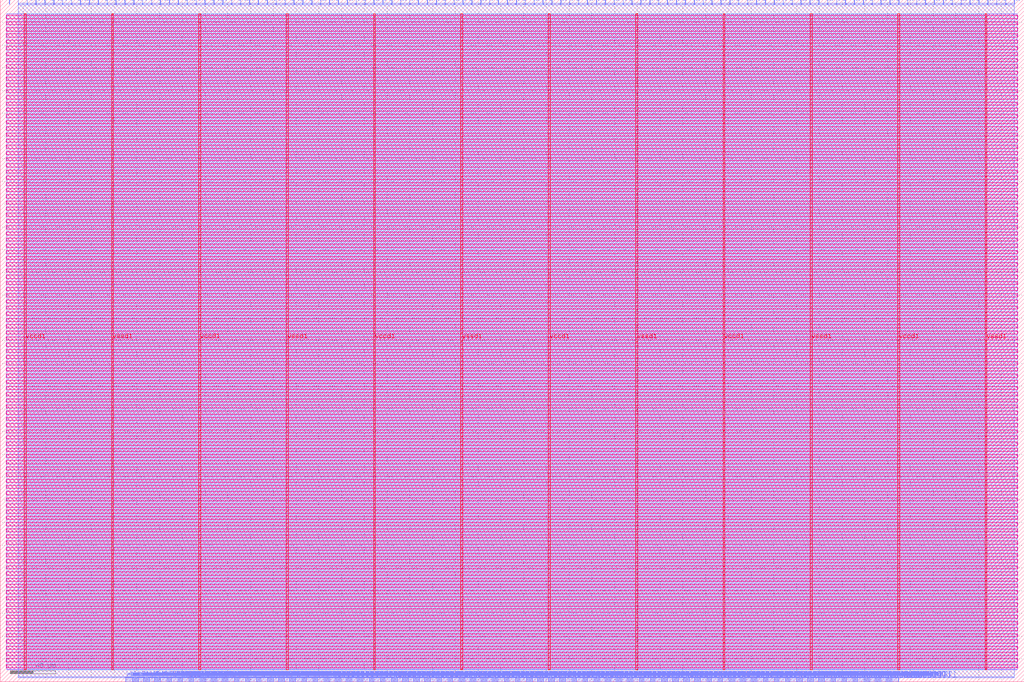
<source format=lef>
VERSION 5.7 ;
  NOWIREEXTENSIONATPIN ON ;
  DIVIDERCHAR "/" ;
  BUSBITCHARS "[]" ;
MACRO user_proj_example
  CLASS BLOCK ;
  FOREIGN user_proj_example ;
  ORIGIN 0.000 0.000 ;
  SIZE 900.000 BY 600.000 ;
  PIN io_in[0]
    DIRECTION INPUT ;
    USE SIGNAL ;
    PORT
      LAYER met2 ;
        RECT 7.910 596.000 8.190 600.000 ;
    END
  END io_in[0]
  PIN io_in[10]
    DIRECTION INPUT ;
    USE SIGNAL ;
    PORT
      LAYER met2 ;
        RECT 242.510 596.000 242.790 600.000 ;
    END
  END io_in[10]
  PIN io_in[11]
    DIRECTION INPUT ;
    USE SIGNAL ;
    PORT
      LAYER met2 ;
        RECT 265.970 596.000 266.250 600.000 ;
    END
  END io_in[11]
  PIN io_in[12]
    DIRECTION INPUT ;
    USE SIGNAL ;
    PORT
      LAYER met2 ;
        RECT 289.430 596.000 289.710 600.000 ;
    END
  END io_in[12]
  PIN io_in[13]
    DIRECTION INPUT ;
    USE SIGNAL ;
    PORT
      LAYER met2 ;
        RECT 312.890 596.000 313.170 600.000 ;
    END
  END io_in[13]
  PIN io_in[14]
    DIRECTION INPUT ;
    USE SIGNAL ;
    PORT
      LAYER met2 ;
        RECT 336.350 596.000 336.630 600.000 ;
    END
  END io_in[14]
  PIN io_in[15]
    DIRECTION INPUT ;
    USE SIGNAL ;
    PORT
      LAYER met2 ;
        RECT 359.810 596.000 360.090 600.000 ;
    END
  END io_in[15]
  PIN io_in[16]
    DIRECTION INPUT ;
    USE SIGNAL ;
    PORT
      LAYER met2 ;
        RECT 383.270 596.000 383.550 600.000 ;
    END
  END io_in[16]
  PIN io_in[17]
    DIRECTION INPUT ;
    USE SIGNAL ;
    PORT
      LAYER met2 ;
        RECT 406.730 596.000 407.010 600.000 ;
    END
  END io_in[17]
  PIN io_in[18]
    DIRECTION INPUT ;
    USE SIGNAL ;
    PORT
      LAYER met2 ;
        RECT 430.190 596.000 430.470 600.000 ;
    END
  END io_in[18]
  PIN io_in[19]
    DIRECTION INPUT ;
    USE SIGNAL ;
    PORT
      LAYER met2 ;
        RECT 453.650 596.000 453.930 600.000 ;
    END
  END io_in[19]
  PIN io_in[1]
    DIRECTION INPUT ;
    USE SIGNAL ;
    PORT
      LAYER met2 ;
        RECT 31.370 596.000 31.650 600.000 ;
    END
  END io_in[1]
  PIN io_in[20]
    DIRECTION INPUT ;
    USE SIGNAL ;
    PORT
      LAYER met2 ;
        RECT 477.110 596.000 477.390 600.000 ;
    END
  END io_in[20]
  PIN io_in[21]
    DIRECTION INPUT ;
    USE SIGNAL ;
    PORT
      LAYER met2 ;
        RECT 500.570 596.000 500.850 600.000 ;
    END
  END io_in[21]
  PIN io_in[22]
    DIRECTION INPUT ;
    USE SIGNAL ;
    PORT
      LAYER met2 ;
        RECT 524.030 596.000 524.310 600.000 ;
    END
  END io_in[22]
  PIN io_in[23]
    DIRECTION INPUT ;
    USE SIGNAL ;
    PORT
      LAYER met2 ;
        RECT 547.490 596.000 547.770 600.000 ;
    END
  END io_in[23]
  PIN io_in[24]
    DIRECTION INPUT ;
    USE SIGNAL ;
    PORT
      LAYER met2 ;
        RECT 570.950 596.000 571.230 600.000 ;
    END
  END io_in[24]
  PIN io_in[25]
    DIRECTION INPUT ;
    USE SIGNAL ;
    PORT
      LAYER met2 ;
        RECT 594.410 596.000 594.690 600.000 ;
    END
  END io_in[25]
  PIN io_in[26]
    DIRECTION INPUT ;
    USE SIGNAL ;
    PORT
      LAYER met2 ;
        RECT 617.870 596.000 618.150 600.000 ;
    END
  END io_in[26]
  PIN io_in[27]
    DIRECTION INPUT ;
    USE SIGNAL ;
    PORT
      LAYER met2 ;
        RECT 641.330 596.000 641.610 600.000 ;
    END
  END io_in[27]
  PIN io_in[28]
    DIRECTION INPUT ;
    USE SIGNAL ;
    PORT
      LAYER met2 ;
        RECT 664.790 596.000 665.070 600.000 ;
    END
  END io_in[28]
  PIN io_in[29]
    DIRECTION INPUT ;
    USE SIGNAL ;
    PORT
      LAYER met2 ;
        RECT 688.250 596.000 688.530 600.000 ;
    END
  END io_in[29]
  PIN io_in[2]
    DIRECTION INPUT ;
    USE SIGNAL ;
    PORT
      LAYER met2 ;
        RECT 54.830 596.000 55.110 600.000 ;
    END
  END io_in[2]
  PIN io_in[30]
    DIRECTION INPUT ;
    USE SIGNAL ;
    PORT
      LAYER met2 ;
        RECT 711.710 596.000 711.990 600.000 ;
    END
  END io_in[30]
  PIN io_in[31]
    DIRECTION INPUT ;
    USE SIGNAL ;
    PORT
      LAYER met2 ;
        RECT 735.170 596.000 735.450 600.000 ;
    END
  END io_in[31]
  PIN io_in[32]
    DIRECTION INPUT ;
    USE SIGNAL ;
    PORT
      LAYER met2 ;
        RECT 758.630 596.000 758.910 600.000 ;
    END
  END io_in[32]
  PIN io_in[33]
    DIRECTION INPUT ;
    USE SIGNAL ;
    PORT
      LAYER met2 ;
        RECT 782.090 596.000 782.370 600.000 ;
    END
  END io_in[33]
  PIN io_in[34]
    DIRECTION INPUT ;
    USE SIGNAL ;
    PORT
      LAYER met2 ;
        RECT 805.550 596.000 805.830 600.000 ;
    END
  END io_in[34]
  PIN io_in[35]
    DIRECTION INPUT ;
    USE SIGNAL ;
    PORT
      LAYER met2 ;
        RECT 829.010 596.000 829.290 600.000 ;
    END
  END io_in[35]
  PIN io_in[36]
    DIRECTION INPUT ;
    USE SIGNAL ;
    PORT
      LAYER met2 ;
        RECT 852.470 596.000 852.750 600.000 ;
    END
  END io_in[36]
  PIN io_in[37]
    DIRECTION INPUT ;
    USE SIGNAL ;
    PORT
      LAYER met2 ;
        RECT 875.930 596.000 876.210 600.000 ;
    END
  END io_in[37]
  PIN io_in[3]
    DIRECTION INPUT ;
    USE SIGNAL ;
    PORT
      LAYER met2 ;
        RECT 78.290 596.000 78.570 600.000 ;
    END
  END io_in[3]
  PIN io_in[4]
    DIRECTION INPUT ;
    USE SIGNAL ;
    PORT
      LAYER met2 ;
        RECT 101.750 596.000 102.030 600.000 ;
    END
  END io_in[4]
  PIN io_in[5]
    DIRECTION INPUT ;
    USE SIGNAL ;
    PORT
      LAYER met2 ;
        RECT 125.210 596.000 125.490 600.000 ;
    END
  END io_in[5]
  PIN io_in[6]
    DIRECTION INPUT ;
    USE SIGNAL ;
    PORT
      LAYER met2 ;
        RECT 148.670 596.000 148.950 600.000 ;
    END
  END io_in[6]
  PIN io_in[7]
    DIRECTION INPUT ;
    USE SIGNAL ;
    PORT
      LAYER met2 ;
        RECT 172.130 596.000 172.410 600.000 ;
    END
  END io_in[7]
  PIN io_in[8]
    DIRECTION INPUT ;
    USE SIGNAL ;
    PORT
      LAYER met2 ;
        RECT 195.590 596.000 195.870 600.000 ;
    END
  END io_in[8]
  PIN io_in[9]
    DIRECTION INPUT ;
    USE SIGNAL ;
    PORT
      LAYER met2 ;
        RECT 219.050 596.000 219.330 600.000 ;
    END
  END io_in[9]
  PIN io_oeb[0]
    DIRECTION OUTPUT TRISTATE ;
    USE SIGNAL ;
    PORT
      LAYER met2 ;
        RECT 15.730 596.000 16.010 600.000 ;
    END
  END io_oeb[0]
  PIN io_oeb[10]
    DIRECTION OUTPUT TRISTATE ;
    USE SIGNAL ;
    PORT
      LAYER met2 ;
        RECT 250.330 596.000 250.610 600.000 ;
    END
  END io_oeb[10]
  PIN io_oeb[11]
    DIRECTION OUTPUT TRISTATE ;
    USE SIGNAL ;
    PORT
      LAYER met2 ;
        RECT 273.790 596.000 274.070 600.000 ;
    END
  END io_oeb[11]
  PIN io_oeb[12]
    DIRECTION OUTPUT TRISTATE ;
    USE SIGNAL ;
    PORT
      LAYER met2 ;
        RECT 297.250 596.000 297.530 600.000 ;
    END
  END io_oeb[12]
  PIN io_oeb[13]
    DIRECTION OUTPUT TRISTATE ;
    USE SIGNAL ;
    PORT
      LAYER met2 ;
        RECT 320.710 596.000 320.990 600.000 ;
    END
  END io_oeb[13]
  PIN io_oeb[14]
    DIRECTION OUTPUT TRISTATE ;
    USE SIGNAL ;
    PORT
      LAYER met2 ;
        RECT 344.170 596.000 344.450 600.000 ;
    END
  END io_oeb[14]
  PIN io_oeb[15]
    DIRECTION OUTPUT TRISTATE ;
    USE SIGNAL ;
    PORT
      LAYER met2 ;
        RECT 367.630 596.000 367.910 600.000 ;
    END
  END io_oeb[15]
  PIN io_oeb[16]
    DIRECTION OUTPUT TRISTATE ;
    USE SIGNAL ;
    PORT
      LAYER met2 ;
        RECT 391.090 596.000 391.370 600.000 ;
    END
  END io_oeb[16]
  PIN io_oeb[17]
    DIRECTION OUTPUT TRISTATE ;
    USE SIGNAL ;
    PORT
      LAYER met2 ;
        RECT 414.550 596.000 414.830 600.000 ;
    END
  END io_oeb[17]
  PIN io_oeb[18]
    DIRECTION OUTPUT TRISTATE ;
    USE SIGNAL ;
    PORT
      LAYER met2 ;
        RECT 438.010 596.000 438.290 600.000 ;
    END
  END io_oeb[18]
  PIN io_oeb[19]
    DIRECTION OUTPUT TRISTATE ;
    USE SIGNAL ;
    PORT
      LAYER met2 ;
        RECT 461.470 596.000 461.750 600.000 ;
    END
  END io_oeb[19]
  PIN io_oeb[1]
    DIRECTION OUTPUT TRISTATE ;
    USE SIGNAL ;
    PORT
      LAYER met2 ;
        RECT 39.190 596.000 39.470 600.000 ;
    END
  END io_oeb[1]
  PIN io_oeb[20]
    DIRECTION OUTPUT TRISTATE ;
    USE SIGNAL ;
    PORT
      LAYER met2 ;
        RECT 484.930 596.000 485.210 600.000 ;
    END
  END io_oeb[20]
  PIN io_oeb[21]
    DIRECTION OUTPUT TRISTATE ;
    USE SIGNAL ;
    PORT
      LAYER met2 ;
        RECT 508.390 596.000 508.670 600.000 ;
    END
  END io_oeb[21]
  PIN io_oeb[22]
    DIRECTION OUTPUT TRISTATE ;
    USE SIGNAL ;
    PORT
      LAYER met2 ;
        RECT 531.850 596.000 532.130 600.000 ;
    END
  END io_oeb[22]
  PIN io_oeb[23]
    DIRECTION OUTPUT TRISTATE ;
    USE SIGNAL ;
    PORT
      LAYER met2 ;
        RECT 555.310 596.000 555.590 600.000 ;
    END
  END io_oeb[23]
  PIN io_oeb[24]
    DIRECTION OUTPUT TRISTATE ;
    USE SIGNAL ;
    PORT
      LAYER met2 ;
        RECT 578.770 596.000 579.050 600.000 ;
    END
  END io_oeb[24]
  PIN io_oeb[25]
    DIRECTION OUTPUT TRISTATE ;
    USE SIGNAL ;
    PORT
      LAYER met2 ;
        RECT 602.230 596.000 602.510 600.000 ;
    END
  END io_oeb[25]
  PIN io_oeb[26]
    DIRECTION OUTPUT TRISTATE ;
    USE SIGNAL ;
    PORT
      LAYER met2 ;
        RECT 625.690 596.000 625.970 600.000 ;
    END
  END io_oeb[26]
  PIN io_oeb[27]
    DIRECTION OUTPUT TRISTATE ;
    USE SIGNAL ;
    PORT
      LAYER met2 ;
        RECT 649.150 596.000 649.430 600.000 ;
    END
  END io_oeb[27]
  PIN io_oeb[28]
    DIRECTION OUTPUT TRISTATE ;
    USE SIGNAL ;
    PORT
      LAYER met2 ;
        RECT 672.610 596.000 672.890 600.000 ;
    END
  END io_oeb[28]
  PIN io_oeb[29]
    DIRECTION OUTPUT TRISTATE ;
    USE SIGNAL ;
    PORT
      LAYER met2 ;
        RECT 696.070 596.000 696.350 600.000 ;
    END
  END io_oeb[29]
  PIN io_oeb[2]
    DIRECTION OUTPUT TRISTATE ;
    USE SIGNAL ;
    PORT
      LAYER met2 ;
        RECT 62.650 596.000 62.930 600.000 ;
    END
  END io_oeb[2]
  PIN io_oeb[30]
    DIRECTION OUTPUT TRISTATE ;
    USE SIGNAL ;
    PORT
      LAYER met2 ;
        RECT 719.530 596.000 719.810 600.000 ;
    END
  END io_oeb[30]
  PIN io_oeb[31]
    DIRECTION OUTPUT TRISTATE ;
    USE SIGNAL ;
    PORT
      LAYER met2 ;
        RECT 742.990 596.000 743.270 600.000 ;
    END
  END io_oeb[31]
  PIN io_oeb[32]
    DIRECTION OUTPUT TRISTATE ;
    USE SIGNAL ;
    PORT
      LAYER met2 ;
        RECT 766.450 596.000 766.730 600.000 ;
    END
  END io_oeb[32]
  PIN io_oeb[33]
    DIRECTION OUTPUT TRISTATE ;
    USE SIGNAL ;
    PORT
      LAYER met2 ;
        RECT 789.910 596.000 790.190 600.000 ;
    END
  END io_oeb[33]
  PIN io_oeb[34]
    DIRECTION OUTPUT TRISTATE ;
    USE SIGNAL ;
    PORT
      LAYER met2 ;
        RECT 813.370 596.000 813.650 600.000 ;
    END
  END io_oeb[34]
  PIN io_oeb[35]
    DIRECTION OUTPUT TRISTATE ;
    USE SIGNAL ;
    PORT
      LAYER met2 ;
        RECT 836.830 596.000 837.110 600.000 ;
    END
  END io_oeb[35]
  PIN io_oeb[36]
    DIRECTION OUTPUT TRISTATE ;
    USE SIGNAL ;
    PORT
      LAYER met2 ;
        RECT 860.290 596.000 860.570 600.000 ;
    END
  END io_oeb[36]
  PIN io_oeb[37]
    DIRECTION OUTPUT TRISTATE ;
    USE SIGNAL ;
    PORT
      LAYER met2 ;
        RECT 883.750 596.000 884.030 600.000 ;
    END
  END io_oeb[37]
  PIN io_oeb[3]
    DIRECTION OUTPUT TRISTATE ;
    USE SIGNAL ;
    PORT
      LAYER met2 ;
        RECT 86.110 596.000 86.390 600.000 ;
    END
  END io_oeb[3]
  PIN io_oeb[4]
    DIRECTION OUTPUT TRISTATE ;
    USE SIGNAL ;
    PORT
      LAYER met2 ;
        RECT 109.570 596.000 109.850 600.000 ;
    END
  END io_oeb[4]
  PIN io_oeb[5]
    DIRECTION OUTPUT TRISTATE ;
    USE SIGNAL ;
    PORT
      LAYER met2 ;
        RECT 133.030 596.000 133.310 600.000 ;
    END
  END io_oeb[5]
  PIN io_oeb[6]
    DIRECTION OUTPUT TRISTATE ;
    USE SIGNAL ;
    PORT
      LAYER met2 ;
        RECT 156.490 596.000 156.770 600.000 ;
    END
  END io_oeb[6]
  PIN io_oeb[7]
    DIRECTION OUTPUT TRISTATE ;
    USE SIGNAL ;
    PORT
      LAYER met2 ;
        RECT 179.950 596.000 180.230 600.000 ;
    END
  END io_oeb[7]
  PIN io_oeb[8]
    DIRECTION OUTPUT TRISTATE ;
    USE SIGNAL ;
    PORT
      LAYER met2 ;
        RECT 203.410 596.000 203.690 600.000 ;
    END
  END io_oeb[8]
  PIN io_oeb[9]
    DIRECTION OUTPUT TRISTATE ;
    USE SIGNAL ;
    PORT
      LAYER met2 ;
        RECT 226.870 596.000 227.150 600.000 ;
    END
  END io_oeb[9]
  PIN io_out[0]
    DIRECTION OUTPUT TRISTATE ;
    USE SIGNAL ;
    PORT
      LAYER met2 ;
        RECT 23.550 596.000 23.830 600.000 ;
    END
  END io_out[0]
  PIN io_out[10]
    DIRECTION OUTPUT TRISTATE ;
    USE SIGNAL ;
    PORT
      LAYER met2 ;
        RECT 258.150 596.000 258.430 600.000 ;
    END
  END io_out[10]
  PIN io_out[11]
    DIRECTION OUTPUT TRISTATE ;
    USE SIGNAL ;
    PORT
      LAYER met2 ;
        RECT 281.610 596.000 281.890 600.000 ;
    END
  END io_out[11]
  PIN io_out[12]
    DIRECTION OUTPUT TRISTATE ;
    USE SIGNAL ;
    PORT
      LAYER met2 ;
        RECT 305.070 596.000 305.350 600.000 ;
    END
  END io_out[12]
  PIN io_out[13]
    DIRECTION OUTPUT TRISTATE ;
    USE SIGNAL ;
    PORT
      LAYER met2 ;
        RECT 328.530 596.000 328.810 600.000 ;
    END
  END io_out[13]
  PIN io_out[14]
    DIRECTION OUTPUT TRISTATE ;
    USE SIGNAL ;
    PORT
      LAYER met2 ;
        RECT 351.990 596.000 352.270 600.000 ;
    END
  END io_out[14]
  PIN io_out[15]
    DIRECTION OUTPUT TRISTATE ;
    USE SIGNAL ;
    PORT
      LAYER met2 ;
        RECT 375.450 596.000 375.730 600.000 ;
    END
  END io_out[15]
  PIN io_out[16]
    DIRECTION OUTPUT TRISTATE ;
    USE SIGNAL ;
    PORT
      LAYER met2 ;
        RECT 398.910 596.000 399.190 600.000 ;
    END
  END io_out[16]
  PIN io_out[17]
    DIRECTION OUTPUT TRISTATE ;
    USE SIGNAL ;
    PORT
      LAYER met2 ;
        RECT 422.370 596.000 422.650 600.000 ;
    END
  END io_out[17]
  PIN io_out[18]
    DIRECTION OUTPUT TRISTATE ;
    USE SIGNAL ;
    PORT
      LAYER met2 ;
        RECT 445.830 596.000 446.110 600.000 ;
    END
  END io_out[18]
  PIN io_out[19]
    DIRECTION OUTPUT TRISTATE ;
    USE SIGNAL ;
    PORT
      LAYER met2 ;
        RECT 469.290 596.000 469.570 600.000 ;
    END
  END io_out[19]
  PIN io_out[1]
    DIRECTION OUTPUT TRISTATE ;
    USE SIGNAL ;
    PORT
      LAYER met2 ;
        RECT 47.010 596.000 47.290 600.000 ;
    END
  END io_out[1]
  PIN io_out[20]
    DIRECTION OUTPUT TRISTATE ;
    USE SIGNAL ;
    PORT
      LAYER met2 ;
        RECT 492.750 596.000 493.030 600.000 ;
    END
  END io_out[20]
  PIN io_out[21]
    DIRECTION OUTPUT TRISTATE ;
    USE SIGNAL ;
    PORT
      LAYER met2 ;
        RECT 516.210 596.000 516.490 600.000 ;
    END
  END io_out[21]
  PIN io_out[22]
    DIRECTION OUTPUT TRISTATE ;
    USE SIGNAL ;
    PORT
      LAYER met2 ;
        RECT 539.670 596.000 539.950 600.000 ;
    END
  END io_out[22]
  PIN io_out[23]
    DIRECTION OUTPUT TRISTATE ;
    USE SIGNAL ;
    PORT
      LAYER met2 ;
        RECT 563.130 596.000 563.410 600.000 ;
    END
  END io_out[23]
  PIN io_out[24]
    DIRECTION OUTPUT TRISTATE ;
    USE SIGNAL ;
    PORT
      LAYER met2 ;
        RECT 586.590 596.000 586.870 600.000 ;
    END
  END io_out[24]
  PIN io_out[25]
    DIRECTION OUTPUT TRISTATE ;
    USE SIGNAL ;
    PORT
      LAYER met2 ;
        RECT 610.050 596.000 610.330 600.000 ;
    END
  END io_out[25]
  PIN io_out[26]
    DIRECTION OUTPUT TRISTATE ;
    USE SIGNAL ;
    PORT
      LAYER met2 ;
        RECT 633.510 596.000 633.790 600.000 ;
    END
  END io_out[26]
  PIN io_out[27]
    DIRECTION OUTPUT TRISTATE ;
    USE SIGNAL ;
    PORT
      LAYER met2 ;
        RECT 656.970 596.000 657.250 600.000 ;
    END
  END io_out[27]
  PIN io_out[28]
    DIRECTION OUTPUT TRISTATE ;
    USE SIGNAL ;
    PORT
      LAYER met2 ;
        RECT 680.430 596.000 680.710 600.000 ;
    END
  END io_out[28]
  PIN io_out[29]
    DIRECTION OUTPUT TRISTATE ;
    USE SIGNAL ;
    PORT
      LAYER met2 ;
        RECT 703.890 596.000 704.170 600.000 ;
    END
  END io_out[29]
  PIN io_out[2]
    DIRECTION OUTPUT TRISTATE ;
    USE SIGNAL ;
    PORT
      LAYER met2 ;
        RECT 70.470 596.000 70.750 600.000 ;
    END
  END io_out[2]
  PIN io_out[30]
    DIRECTION OUTPUT TRISTATE ;
    USE SIGNAL ;
    PORT
      LAYER met2 ;
        RECT 727.350 596.000 727.630 600.000 ;
    END
  END io_out[30]
  PIN io_out[31]
    DIRECTION OUTPUT TRISTATE ;
    USE SIGNAL ;
    PORT
      LAYER met2 ;
        RECT 750.810 596.000 751.090 600.000 ;
    END
  END io_out[31]
  PIN io_out[32]
    DIRECTION OUTPUT TRISTATE ;
    USE SIGNAL ;
    PORT
      LAYER met2 ;
        RECT 774.270 596.000 774.550 600.000 ;
    END
  END io_out[32]
  PIN io_out[33]
    DIRECTION OUTPUT TRISTATE ;
    USE SIGNAL ;
    PORT
      LAYER met2 ;
        RECT 797.730 596.000 798.010 600.000 ;
    END
  END io_out[33]
  PIN io_out[34]
    DIRECTION OUTPUT TRISTATE ;
    USE SIGNAL ;
    PORT
      LAYER met2 ;
        RECT 821.190 596.000 821.470 600.000 ;
    END
  END io_out[34]
  PIN io_out[35]
    DIRECTION OUTPUT TRISTATE ;
    USE SIGNAL ;
    PORT
      LAYER met2 ;
        RECT 844.650 596.000 844.930 600.000 ;
    END
  END io_out[35]
  PIN io_out[36]
    DIRECTION OUTPUT TRISTATE ;
    USE SIGNAL ;
    PORT
      LAYER met2 ;
        RECT 868.110 596.000 868.390 600.000 ;
    END
  END io_out[36]
  PIN io_out[37]
    DIRECTION OUTPUT TRISTATE ;
    USE SIGNAL ;
    PORT
      LAYER met2 ;
        RECT 891.570 596.000 891.850 600.000 ;
    END
  END io_out[37]
  PIN io_out[3]
    DIRECTION OUTPUT TRISTATE ;
    USE SIGNAL ;
    PORT
      LAYER met2 ;
        RECT 93.930 596.000 94.210 600.000 ;
    END
  END io_out[3]
  PIN io_out[4]
    DIRECTION OUTPUT TRISTATE ;
    USE SIGNAL ;
    PORT
      LAYER met2 ;
        RECT 117.390 596.000 117.670 600.000 ;
    END
  END io_out[4]
  PIN io_out[5]
    DIRECTION OUTPUT TRISTATE ;
    USE SIGNAL ;
    PORT
      LAYER met2 ;
        RECT 140.850 596.000 141.130 600.000 ;
    END
  END io_out[5]
  PIN io_out[6]
    DIRECTION OUTPUT TRISTATE ;
    USE SIGNAL ;
    PORT
      LAYER met2 ;
        RECT 164.310 596.000 164.590 600.000 ;
    END
  END io_out[6]
  PIN io_out[7]
    DIRECTION OUTPUT TRISTATE ;
    USE SIGNAL ;
    PORT
      LAYER met2 ;
        RECT 187.770 596.000 188.050 600.000 ;
    END
  END io_out[7]
  PIN io_out[8]
    DIRECTION OUTPUT TRISTATE ;
    USE SIGNAL ;
    PORT
      LAYER met2 ;
        RECT 211.230 596.000 211.510 600.000 ;
    END
  END io_out[8]
  PIN io_out[9]
    DIRECTION OUTPUT TRISTATE ;
    USE SIGNAL ;
    PORT
      LAYER met2 ;
        RECT 234.690 596.000 234.970 600.000 ;
    END
  END io_out[9]
  PIN irq[0]
    DIRECTION OUTPUT TRISTATE ;
    USE SIGNAL ;
    PORT
      LAYER met2 ;
        RECT 786.690 0.000 786.970 4.000 ;
    END
  END irq[0]
  PIN irq[1]
    DIRECTION OUTPUT TRISTATE ;
    USE SIGNAL ;
    PORT
      LAYER met2 ;
        RECT 788.070 0.000 788.350 4.000 ;
    END
  END irq[1]
  PIN irq[2]
    DIRECTION OUTPUT TRISTATE ;
    USE SIGNAL ;
    PORT
      LAYER met2 ;
        RECT 789.450 0.000 789.730 4.000 ;
    END
  END irq[2]
  PIN la_data_in[0]
    DIRECTION INPUT ;
    USE SIGNAL ;
    PORT
      LAYER met2 ;
        RECT 256.770 0.000 257.050 4.000 ;
    END
  END la_data_in[0]
  PIN la_data_in[100]
    DIRECTION INPUT ;
    USE SIGNAL ;
    PORT
      LAYER met2 ;
        RECT 670.770 0.000 671.050 4.000 ;
    END
  END la_data_in[100]
  PIN la_data_in[101]
    DIRECTION INPUT ;
    USE SIGNAL ;
    PORT
      LAYER met2 ;
        RECT 674.910 0.000 675.190 4.000 ;
    END
  END la_data_in[101]
  PIN la_data_in[102]
    DIRECTION INPUT ;
    USE SIGNAL ;
    PORT
      LAYER met2 ;
        RECT 679.050 0.000 679.330 4.000 ;
    END
  END la_data_in[102]
  PIN la_data_in[103]
    DIRECTION INPUT ;
    USE SIGNAL ;
    PORT
      LAYER met2 ;
        RECT 683.190 0.000 683.470 4.000 ;
    END
  END la_data_in[103]
  PIN la_data_in[104]
    DIRECTION INPUT ;
    USE SIGNAL ;
    PORT
      LAYER met2 ;
        RECT 687.330 0.000 687.610 4.000 ;
    END
  END la_data_in[104]
  PIN la_data_in[105]
    DIRECTION INPUT ;
    USE SIGNAL ;
    PORT
      LAYER met2 ;
        RECT 691.470 0.000 691.750 4.000 ;
    END
  END la_data_in[105]
  PIN la_data_in[106]
    DIRECTION INPUT ;
    USE SIGNAL ;
    PORT
      LAYER met2 ;
        RECT 695.610 0.000 695.890 4.000 ;
    END
  END la_data_in[106]
  PIN la_data_in[107]
    DIRECTION INPUT ;
    USE SIGNAL ;
    PORT
      LAYER met2 ;
        RECT 699.750 0.000 700.030 4.000 ;
    END
  END la_data_in[107]
  PIN la_data_in[108]
    DIRECTION INPUT ;
    USE SIGNAL ;
    PORT
      LAYER met2 ;
        RECT 703.890 0.000 704.170 4.000 ;
    END
  END la_data_in[108]
  PIN la_data_in[109]
    DIRECTION INPUT ;
    USE SIGNAL ;
    PORT
      LAYER met2 ;
        RECT 708.030 0.000 708.310 4.000 ;
    END
  END la_data_in[109]
  PIN la_data_in[10]
    DIRECTION INPUT ;
    USE SIGNAL ;
    PORT
      LAYER met2 ;
        RECT 298.170 0.000 298.450 4.000 ;
    END
  END la_data_in[10]
  PIN la_data_in[110]
    DIRECTION INPUT ;
    USE SIGNAL ;
    PORT
      LAYER met2 ;
        RECT 712.170 0.000 712.450 4.000 ;
    END
  END la_data_in[110]
  PIN la_data_in[111]
    DIRECTION INPUT ;
    USE SIGNAL ;
    PORT
      LAYER met2 ;
        RECT 716.310 0.000 716.590 4.000 ;
    END
  END la_data_in[111]
  PIN la_data_in[112]
    DIRECTION INPUT ;
    USE SIGNAL ;
    PORT
      LAYER met2 ;
        RECT 720.450 0.000 720.730 4.000 ;
    END
  END la_data_in[112]
  PIN la_data_in[113]
    DIRECTION INPUT ;
    USE SIGNAL ;
    PORT
      LAYER met2 ;
        RECT 724.590 0.000 724.870 4.000 ;
    END
  END la_data_in[113]
  PIN la_data_in[114]
    DIRECTION INPUT ;
    USE SIGNAL ;
    PORT
      LAYER met2 ;
        RECT 728.730 0.000 729.010 4.000 ;
    END
  END la_data_in[114]
  PIN la_data_in[115]
    DIRECTION INPUT ;
    USE SIGNAL ;
    PORT
      LAYER met2 ;
        RECT 732.870 0.000 733.150 4.000 ;
    END
  END la_data_in[115]
  PIN la_data_in[116]
    DIRECTION INPUT ;
    USE SIGNAL ;
    PORT
      LAYER met2 ;
        RECT 737.010 0.000 737.290 4.000 ;
    END
  END la_data_in[116]
  PIN la_data_in[117]
    DIRECTION INPUT ;
    USE SIGNAL ;
    PORT
      LAYER met2 ;
        RECT 741.150 0.000 741.430 4.000 ;
    END
  END la_data_in[117]
  PIN la_data_in[118]
    DIRECTION INPUT ;
    USE SIGNAL ;
    PORT
      LAYER met2 ;
        RECT 745.290 0.000 745.570 4.000 ;
    END
  END la_data_in[118]
  PIN la_data_in[119]
    DIRECTION INPUT ;
    USE SIGNAL ;
    PORT
      LAYER met2 ;
        RECT 749.430 0.000 749.710 4.000 ;
    END
  END la_data_in[119]
  PIN la_data_in[11]
    DIRECTION INPUT ;
    USE SIGNAL ;
    PORT
      LAYER met2 ;
        RECT 302.310 0.000 302.590 4.000 ;
    END
  END la_data_in[11]
  PIN la_data_in[120]
    DIRECTION INPUT ;
    USE SIGNAL ;
    PORT
      LAYER met2 ;
        RECT 753.570 0.000 753.850 4.000 ;
    END
  END la_data_in[120]
  PIN la_data_in[121]
    DIRECTION INPUT ;
    USE SIGNAL ;
    PORT
      LAYER met2 ;
        RECT 757.710 0.000 757.990 4.000 ;
    END
  END la_data_in[121]
  PIN la_data_in[122]
    DIRECTION INPUT ;
    USE SIGNAL ;
    PORT
      LAYER met2 ;
        RECT 761.850 0.000 762.130 4.000 ;
    END
  END la_data_in[122]
  PIN la_data_in[123]
    DIRECTION INPUT ;
    USE SIGNAL ;
    PORT
      LAYER met2 ;
        RECT 765.990 0.000 766.270 4.000 ;
    END
  END la_data_in[123]
  PIN la_data_in[124]
    DIRECTION INPUT ;
    USE SIGNAL ;
    PORT
      LAYER met2 ;
        RECT 770.130 0.000 770.410 4.000 ;
    END
  END la_data_in[124]
  PIN la_data_in[125]
    DIRECTION INPUT ;
    USE SIGNAL ;
    PORT
      LAYER met2 ;
        RECT 774.270 0.000 774.550 4.000 ;
    END
  END la_data_in[125]
  PIN la_data_in[126]
    DIRECTION INPUT ;
    USE SIGNAL ;
    PORT
      LAYER met2 ;
        RECT 778.410 0.000 778.690 4.000 ;
    END
  END la_data_in[126]
  PIN la_data_in[127]
    DIRECTION INPUT ;
    USE SIGNAL ;
    PORT
      LAYER met2 ;
        RECT 782.550 0.000 782.830 4.000 ;
    END
  END la_data_in[127]
  PIN la_data_in[12]
    DIRECTION INPUT ;
    USE SIGNAL ;
    PORT
      LAYER met2 ;
        RECT 306.450 0.000 306.730 4.000 ;
    END
  END la_data_in[12]
  PIN la_data_in[13]
    DIRECTION INPUT ;
    USE SIGNAL ;
    PORT
      LAYER met2 ;
        RECT 310.590 0.000 310.870 4.000 ;
    END
  END la_data_in[13]
  PIN la_data_in[14]
    DIRECTION INPUT ;
    USE SIGNAL ;
    PORT
      LAYER met2 ;
        RECT 314.730 0.000 315.010 4.000 ;
    END
  END la_data_in[14]
  PIN la_data_in[15]
    DIRECTION INPUT ;
    USE SIGNAL ;
    PORT
      LAYER met2 ;
        RECT 318.870 0.000 319.150 4.000 ;
    END
  END la_data_in[15]
  PIN la_data_in[16]
    DIRECTION INPUT ;
    USE SIGNAL ;
    PORT
      LAYER met2 ;
        RECT 323.010 0.000 323.290 4.000 ;
    END
  END la_data_in[16]
  PIN la_data_in[17]
    DIRECTION INPUT ;
    USE SIGNAL ;
    PORT
      LAYER met2 ;
        RECT 327.150 0.000 327.430 4.000 ;
    END
  END la_data_in[17]
  PIN la_data_in[18]
    DIRECTION INPUT ;
    USE SIGNAL ;
    PORT
      LAYER met2 ;
        RECT 331.290 0.000 331.570 4.000 ;
    END
  END la_data_in[18]
  PIN la_data_in[19]
    DIRECTION INPUT ;
    USE SIGNAL ;
    PORT
      LAYER met2 ;
        RECT 335.430 0.000 335.710 4.000 ;
    END
  END la_data_in[19]
  PIN la_data_in[1]
    DIRECTION INPUT ;
    USE SIGNAL ;
    PORT
      LAYER met2 ;
        RECT 260.910 0.000 261.190 4.000 ;
    END
  END la_data_in[1]
  PIN la_data_in[20]
    DIRECTION INPUT ;
    USE SIGNAL ;
    PORT
      LAYER met2 ;
        RECT 339.570 0.000 339.850 4.000 ;
    END
  END la_data_in[20]
  PIN la_data_in[21]
    DIRECTION INPUT ;
    USE SIGNAL ;
    PORT
      LAYER met2 ;
        RECT 343.710 0.000 343.990 4.000 ;
    END
  END la_data_in[21]
  PIN la_data_in[22]
    DIRECTION INPUT ;
    USE SIGNAL ;
    PORT
      LAYER met2 ;
        RECT 347.850 0.000 348.130 4.000 ;
    END
  END la_data_in[22]
  PIN la_data_in[23]
    DIRECTION INPUT ;
    USE SIGNAL ;
    PORT
      LAYER met2 ;
        RECT 351.990 0.000 352.270 4.000 ;
    END
  END la_data_in[23]
  PIN la_data_in[24]
    DIRECTION INPUT ;
    USE SIGNAL ;
    PORT
      LAYER met2 ;
        RECT 356.130 0.000 356.410 4.000 ;
    END
  END la_data_in[24]
  PIN la_data_in[25]
    DIRECTION INPUT ;
    USE SIGNAL ;
    PORT
      LAYER met2 ;
        RECT 360.270 0.000 360.550 4.000 ;
    END
  END la_data_in[25]
  PIN la_data_in[26]
    DIRECTION INPUT ;
    USE SIGNAL ;
    PORT
      LAYER met2 ;
        RECT 364.410 0.000 364.690 4.000 ;
    END
  END la_data_in[26]
  PIN la_data_in[27]
    DIRECTION INPUT ;
    USE SIGNAL ;
    PORT
      LAYER met2 ;
        RECT 368.550 0.000 368.830 4.000 ;
    END
  END la_data_in[27]
  PIN la_data_in[28]
    DIRECTION INPUT ;
    USE SIGNAL ;
    PORT
      LAYER met2 ;
        RECT 372.690 0.000 372.970 4.000 ;
    END
  END la_data_in[28]
  PIN la_data_in[29]
    DIRECTION INPUT ;
    USE SIGNAL ;
    PORT
      LAYER met2 ;
        RECT 376.830 0.000 377.110 4.000 ;
    END
  END la_data_in[29]
  PIN la_data_in[2]
    DIRECTION INPUT ;
    USE SIGNAL ;
    PORT
      LAYER met2 ;
        RECT 265.050 0.000 265.330 4.000 ;
    END
  END la_data_in[2]
  PIN la_data_in[30]
    DIRECTION INPUT ;
    USE SIGNAL ;
    PORT
      LAYER met2 ;
        RECT 380.970 0.000 381.250 4.000 ;
    END
  END la_data_in[30]
  PIN la_data_in[31]
    DIRECTION INPUT ;
    USE SIGNAL ;
    PORT
      LAYER met2 ;
        RECT 385.110 0.000 385.390 4.000 ;
    END
  END la_data_in[31]
  PIN la_data_in[32]
    DIRECTION INPUT ;
    USE SIGNAL ;
    PORT
      LAYER met2 ;
        RECT 389.250 0.000 389.530 4.000 ;
    END
  END la_data_in[32]
  PIN la_data_in[33]
    DIRECTION INPUT ;
    USE SIGNAL ;
    PORT
      LAYER met2 ;
        RECT 393.390 0.000 393.670 4.000 ;
    END
  END la_data_in[33]
  PIN la_data_in[34]
    DIRECTION INPUT ;
    USE SIGNAL ;
    PORT
      LAYER met2 ;
        RECT 397.530 0.000 397.810 4.000 ;
    END
  END la_data_in[34]
  PIN la_data_in[35]
    DIRECTION INPUT ;
    USE SIGNAL ;
    PORT
      LAYER met2 ;
        RECT 401.670 0.000 401.950 4.000 ;
    END
  END la_data_in[35]
  PIN la_data_in[36]
    DIRECTION INPUT ;
    USE SIGNAL ;
    PORT
      LAYER met2 ;
        RECT 405.810 0.000 406.090 4.000 ;
    END
  END la_data_in[36]
  PIN la_data_in[37]
    DIRECTION INPUT ;
    USE SIGNAL ;
    PORT
      LAYER met2 ;
        RECT 409.950 0.000 410.230 4.000 ;
    END
  END la_data_in[37]
  PIN la_data_in[38]
    DIRECTION INPUT ;
    USE SIGNAL ;
    PORT
      LAYER met2 ;
        RECT 414.090 0.000 414.370 4.000 ;
    END
  END la_data_in[38]
  PIN la_data_in[39]
    DIRECTION INPUT ;
    USE SIGNAL ;
    PORT
      LAYER met2 ;
        RECT 418.230 0.000 418.510 4.000 ;
    END
  END la_data_in[39]
  PIN la_data_in[3]
    DIRECTION INPUT ;
    USE SIGNAL ;
    PORT
      LAYER met2 ;
        RECT 269.190 0.000 269.470 4.000 ;
    END
  END la_data_in[3]
  PIN la_data_in[40]
    DIRECTION INPUT ;
    USE SIGNAL ;
    PORT
      LAYER met2 ;
        RECT 422.370 0.000 422.650 4.000 ;
    END
  END la_data_in[40]
  PIN la_data_in[41]
    DIRECTION INPUT ;
    USE SIGNAL ;
    PORT
      LAYER met2 ;
        RECT 426.510 0.000 426.790 4.000 ;
    END
  END la_data_in[41]
  PIN la_data_in[42]
    DIRECTION INPUT ;
    USE SIGNAL ;
    PORT
      LAYER met2 ;
        RECT 430.650 0.000 430.930 4.000 ;
    END
  END la_data_in[42]
  PIN la_data_in[43]
    DIRECTION INPUT ;
    USE SIGNAL ;
    PORT
      LAYER met2 ;
        RECT 434.790 0.000 435.070 4.000 ;
    END
  END la_data_in[43]
  PIN la_data_in[44]
    DIRECTION INPUT ;
    USE SIGNAL ;
    PORT
      LAYER met2 ;
        RECT 438.930 0.000 439.210 4.000 ;
    END
  END la_data_in[44]
  PIN la_data_in[45]
    DIRECTION INPUT ;
    USE SIGNAL ;
    PORT
      LAYER met2 ;
        RECT 443.070 0.000 443.350 4.000 ;
    END
  END la_data_in[45]
  PIN la_data_in[46]
    DIRECTION INPUT ;
    USE SIGNAL ;
    PORT
      LAYER met2 ;
        RECT 447.210 0.000 447.490 4.000 ;
    END
  END la_data_in[46]
  PIN la_data_in[47]
    DIRECTION INPUT ;
    USE SIGNAL ;
    PORT
      LAYER met2 ;
        RECT 451.350 0.000 451.630 4.000 ;
    END
  END la_data_in[47]
  PIN la_data_in[48]
    DIRECTION INPUT ;
    USE SIGNAL ;
    PORT
      LAYER met2 ;
        RECT 455.490 0.000 455.770 4.000 ;
    END
  END la_data_in[48]
  PIN la_data_in[49]
    DIRECTION INPUT ;
    USE SIGNAL ;
    PORT
      LAYER met2 ;
        RECT 459.630 0.000 459.910 4.000 ;
    END
  END la_data_in[49]
  PIN la_data_in[4]
    DIRECTION INPUT ;
    USE SIGNAL ;
    PORT
      LAYER met2 ;
        RECT 273.330 0.000 273.610 4.000 ;
    END
  END la_data_in[4]
  PIN la_data_in[50]
    DIRECTION INPUT ;
    USE SIGNAL ;
    PORT
      LAYER met2 ;
        RECT 463.770 0.000 464.050 4.000 ;
    END
  END la_data_in[50]
  PIN la_data_in[51]
    DIRECTION INPUT ;
    USE SIGNAL ;
    PORT
      LAYER met2 ;
        RECT 467.910 0.000 468.190 4.000 ;
    END
  END la_data_in[51]
  PIN la_data_in[52]
    DIRECTION INPUT ;
    USE SIGNAL ;
    PORT
      LAYER met2 ;
        RECT 472.050 0.000 472.330 4.000 ;
    END
  END la_data_in[52]
  PIN la_data_in[53]
    DIRECTION INPUT ;
    USE SIGNAL ;
    PORT
      LAYER met2 ;
        RECT 476.190 0.000 476.470 4.000 ;
    END
  END la_data_in[53]
  PIN la_data_in[54]
    DIRECTION INPUT ;
    USE SIGNAL ;
    PORT
      LAYER met2 ;
        RECT 480.330 0.000 480.610 4.000 ;
    END
  END la_data_in[54]
  PIN la_data_in[55]
    DIRECTION INPUT ;
    USE SIGNAL ;
    PORT
      LAYER met2 ;
        RECT 484.470 0.000 484.750 4.000 ;
    END
  END la_data_in[55]
  PIN la_data_in[56]
    DIRECTION INPUT ;
    USE SIGNAL ;
    PORT
      LAYER met2 ;
        RECT 488.610 0.000 488.890 4.000 ;
    END
  END la_data_in[56]
  PIN la_data_in[57]
    DIRECTION INPUT ;
    USE SIGNAL ;
    PORT
      LAYER met2 ;
        RECT 492.750 0.000 493.030 4.000 ;
    END
  END la_data_in[57]
  PIN la_data_in[58]
    DIRECTION INPUT ;
    USE SIGNAL ;
    PORT
      LAYER met2 ;
        RECT 496.890 0.000 497.170 4.000 ;
    END
  END la_data_in[58]
  PIN la_data_in[59]
    DIRECTION INPUT ;
    USE SIGNAL ;
    PORT
      LAYER met2 ;
        RECT 501.030 0.000 501.310 4.000 ;
    END
  END la_data_in[59]
  PIN la_data_in[5]
    DIRECTION INPUT ;
    USE SIGNAL ;
    PORT
      LAYER met2 ;
        RECT 277.470 0.000 277.750 4.000 ;
    END
  END la_data_in[5]
  PIN la_data_in[60]
    DIRECTION INPUT ;
    USE SIGNAL ;
    PORT
      LAYER met2 ;
        RECT 505.170 0.000 505.450 4.000 ;
    END
  END la_data_in[60]
  PIN la_data_in[61]
    DIRECTION INPUT ;
    USE SIGNAL ;
    PORT
      LAYER met2 ;
        RECT 509.310 0.000 509.590 4.000 ;
    END
  END la_data_in[61]
  PIN la_data_in[62]
    DIRECTION INPUT ;
    USE SIGNAL ;
    PORT
      LAYER met2 ;
        RECT 513.450 0.000 513.730 4.000 ;
    END
  END la_data_in[62]
  PIN la_data_in[63]
    DIRECTION INPUT ;
    USE SIGNAL ;
    PORT
      LAYER met2 ;
        RECT 517.590 0.000 517.870 4.000 ;
    END
  END la_data_in[63]
  PIN la_data_in[64]
    DIRECTION INPUT ;
    USE SIGNAL ;
    PORT
      LAYER met2 ;
        RECT 521.730 0.000 522.010 4.000 ;
    END
  END la_data_in[64]
  PIN la_data_in[65]
    DIRECTION INPUT ;
    USE SIGNAL ;
    PORT
      LAYER met2 ;
        RECT 525.870 0.000 526.150 4.000 ;
    END
  END la_data_in[65]
  PIN la_data_in[66]
    DIRECTION INPUT ;
    USE SIGNAL ;
    PORT
      LAYER met2 ;
        RECT 530.010 0.000 530.290 4.000 ;
    END
  END la_data_in[66]
  PIN la_data_in[67]
    DIRECTION INPUT ;
    USE SIGNAL ;
    PORT
      LAYER met2 ;
        RECT 534.150 0.000 534.430 4.000 ;
    END
  END la_data_in[67]
  PIN la_data_in[68]
    DIRECTION INPUT ;
    USE SIGNAL ;
    PORT
      LAYER met2 ;
        RECT 538.290 0.000 538.570 4.000 ;
    END
  END la_data_in[68]
  PIN la_data_in[69]
    DIRECTION INPUT ;
    USE SIGNAL ;
    PORT
      LAYER met2 ;
        RECT 542.430 0.000 542.710 4.000 ;
    END
  END la_data_in[69]
  PIN la_data_in[6]
    DIRECTION INPUT ;
    USE SIGNAL ;
    PORT
      LAYER met2 ;
        RECT 281.610 0.000 281.890 4.000 ;
    END
  END la_data_in[6]
  PIN la_data_in[70]
    DIRECTION INPUT ;
    USE SIGNAL ;
    PORT
      LAYER met2 ;
        RECT 546.570 0.000 546.850 4.000 ;
    END
  END la_data_in[70]
  PIN la_data_in[71]
    DIRECTION INPUT ;
    USE SIGNAL ;
    PORT
      LAYER met2 ;
        RECT 550.710 0.000 550.990 4.000 ;
    END
  END la_data_in[71]
  PIN la_data_in[72]
    DIRECTION INPUT ;
    USE SIGNAL ;
    PORT
      LAYER met2 ;
        RECT 554.850 0.000 555.130 4.000 ;
    END
  END la_data_in[72]
  PIN la_data_in[73]
    DIRECTION INPUT ;
    USE SIGNAL ;
    PORT
      LAYER met2 ;
        RECT 558.990 0.000 559.270 4.000 ;
    END
  END la_data_in[73]
  PIN la_data_in[74]
    DIRECTION INPUT ;
    USE SIGNAL ;
    PORT
      LAYER met2 ;
        RECT 563.130 0.000 563.410 4.000 ;
    END
  END la_data_in[74]
  PIN la_data_in[75]
    DIRECTION INPUT ;
    USE SIGNAL ;
    PORT
      LAYER met2 ;
        RECT 567.270 0.000 567.550 4.000 ;
    END
  END la_data_in[75]
  PIN la_data_in[76]
    DIRECTION INPUT ;
    USE SIGNAL ;
    PORT
      LAYER met2 ;
        RECT 571.410 0.000 571.690 4.000 ;
    END
  END la_data_in[76]
  PIN la_data_in[77]
    DIRECTION INPUT ;
    USE SIGNAL ;
    PORT
      LAYER met2 ;
        RECT 575.550 0.000 575.830 4.000 ;
    END
  END la_data_in[77]
  PIN la_data_in[78]
    DIRECTION INPUT ;
    USE SIGNAL ;
    PORT
      LAYER met2 ;
        RECT 579.690 0.000 579.970 4.000 ;
    END
  END la_data_in[78]
  PIN la_data_in[79]
    DIRECTION INPUT ;
    USE SIGNAL ;
    PORT
      LAYER met2 ;
        RECT 583.830 0.000 584.110 4.000 ;
    END
  END la_data_in[79]
  PIN la_data_in[7]
    DIRECTION INPUT ;
    USE SIGNAL ;
    PORT
      LAYER met2 ;
        RECT 285.750 0.000 286.030 4.000 ;
    END
  END la_data_in[7]
  PIN la_data_in[80]
    DIRECTION INPUT ;
    USE SIGNAL ;
    PORT
      LAYER met2 ;
        RECT 587.970 0.000 588.250 4.000 ;
    END
  END la_data_in[80]
  PIN la_data_in[81]
    DIRECTION INPUT ;
    USE SIGNAL ;
    PORT
      LAYER met2 ;
        RECT 592.110 0.000 592.390 4.000 ;
    END
  END la_data_in[81]
  PIN la_data_in[82]
    DIRECTION INPUT ;
    USE SIGNAL ;
    PORT
      LAYER met2 ;
        RECT 596.250 0.000 596.530 4.000 ;
    END
  END la_data_in[82]
  PIN la_data_in[83]
    DIRECTION INPUT ;
    USE SIGNAL ;
    PORT
      LAYER met2 ;
        RECT 600.390 0.000 600.670 4.000 ;
    END
  END la_data_in[83]
  PIN la_data_in[84]
    DIRECTION INPUT ;
    USE SIGNAL ;
    PORT
      LAYER met2 ;
        RECT 604.530 0.000 604.810 4.000 ;
    END
  END la_data_in[84]
  PIN la_data_in[85]
    DIRECTION INPUT ;
    USE SIGNAL ;
    PORT
      LAYER met2 ;
        RECT 608.670 0.000 608.950 4.000 ;
    END
  END la_data_in[85]
  PIN la_data_in[86]
    DIRECTION INPUT ;
    USE SIGNAL ;
    PORT
      LAYER met2 ;
        RECT 612.810 0.000 613.090 4.000 ;
    END
  END la_data_in[86]
  PIN la_data_in[87]
    DIRECTION INPUT ;
    USE SIGNAL ;
    PORT
      LAYER met2 ;
        RECT 616.950 0.000 617.230 4.000 ;
    END
  END la_data_in[87]
  PIN la_data_in[88]
    DIRECTION INPUT ;
    USE SIGNAL ;
    PORT
      LAYER met2 ;
        RECT 621.090 0.000 621.370 4.000 ;
    END
  END la_data_in[88]
  PIN la_data_in[89]
    DIRECTION INPUT ;
    USE SIGNAL ;
    PORT
      LAYER met2 ;
        RECT 625.230 0.000 625.510 4.000 ;
    END
  END la_data_in[89]
  PIN la_data_in[8]
    DIRECTION INPUT ;
    USE SIGNAL ;
    PORT
      LAYER met2 ;
        RECT 289.890 0.000 290.170 4.000 ;
    END
  END la_data_in[8]
  PIN la_data_in[90]
    DIRECTION INPUT ;
    USE SIGNAL ;
    PORT
      LAYER met2 ;
        RECT 629.370 0.000 629.650 4.000 ;
    END
  END la_data_in[90]
  PIN la_data_in[91]
    DIRECTION INPUT ;
    USE SIGNAL ;
    PORT
      LAYER met2 ;
        RECT 633.510 0.000 633.790 4.000 ;
    END
  END la_data_in[91]
  PIN la_data_in[92]
    DIRECTION INPUT ;
    USE SIGNAL ;
    PORT
      LAYER met2 ;
        RECT 637.650 0.000 637.930 4.000 ;
    END
  END la_data_in[92]
  PIN la_data_in[93]
    DIRECTION INPUT ;
    USE SIGNAL ;
    PORT
      LAYER met2 ;
        RECT 641.790 0.000 642.070 4.000 ;
    END
  END la_data_in[93]
  PIN la_data_in[94]
    DIRECTION INPUT ;
    USE SIGNAL ;
    PORT
      LAYER met2 ;
        RECT 645.930 0.000 646.210 4.000 ;
    END
  END la_data_in[94]
  PIN la_data_in[95]
    DIRECTION INPUT ;
    USE SIGNAL ;
    PORT
      LAYER met2 ;
        RECT 650.070 0.000 650.350 4.000 ;
    END
  END la_data_in[95]
  PIN la_data_in[96]
    DIRECTION INPUT ;
    USE SIGNAL ;
    PORT
      LAYER met2 ;
        RECT 654.210 0.000 654.490 4.000 ;
    END
  END la_data_in[96]
  PIN la_data_in[97]
    DIRECTION INPUT ;
    USE SIGNAL ;
    PORT
      LAYER met2 ;
        RECT 658.350 0.000 658.630 4.000 ;
    END
  END la_data_in[97]
  PIN la_data_in[98]
    DIRECTION INPUT ;
    USE SIGNAL ;
    PORT
      LAYER met2 ;
        RECT 662.490 0.000 662.770 4.000 ;
    END
  END la_data_in[98]
  PIN la_data_in[99]
    DIRECTION INPUT ;
    USE SIGNAL ;
    PORT
      LAYER met2 ;
        RECT 666.630 0.000 666.910 4.000 ;
    END
  END la_data_in[99]
  PIN la_data_in[9]
    DIRECTION INPUT ;
    USE SIGNAL ;
    PORT
      LAYER met2 ;
        RECT 294.030 0.000 294.310 4.000 ;
    END
  END la_data_in[9]
  PIN la_data_out[0]
    DIRECTION OUTPUT TRISTATE ;
    USE SIGNAL ;
    PORT
      LAYER met2 ;
        RECT 258.150 0.000 258.430 4.000 ;
    END
  END la_data_out[0]
  PIN la_data_out[100]
    DIRECTION OUTPUT TRISTATE ;
    USE SIGNAL ;
    PORT
      LAYER met2 ;
        RECT 672.150 0.000 672.430 4.000 ;
    END
  END la_data_out[100]
  PIN la_data_out[101]
    DIRECTION OUTPUT TRISTATE ;
    USE SIGNAL ;
    PORT
      LAYER met2 ;
        RECT 676.290 0.000 676.570 4.000 ;
    END
  END la_data_out[101]
  PIN la_data_out[102]
    DIRECTION OUTPUT TRISTATE ;
    USE SIGNAL ;
    PORT
      LAYER met2 ;
        RECT 680.430 0.000 680.710 4.000 ;
    END
  END la_data_out[102]
  PIN la_data_out[103]
    DIRECTION OUTPUT TRISTATE ;
    USE SIGNAL ;
    PORT
      LAYER met2 ;
        RECT 684.570 0.000 684.850 4.000 ;
    END
  END la_data_out[103]
  PIN la_data_out[104]
    DIRECTION OUTPUT TRISTATE ;
    USE SIGNAL ;
    PORT
      LAYER met2 ;
        RECT 688.710 0.000 688.990 4.000 ;
    END
  END la_data_out[104]
  PIN la_data_out[105]
    DIRECTION OUTPUT TRISTATE ;
    USE SIGNAL ;
    PORT
      LAYER met2 ;
        RECT 692.850 0.000 693.130 4.000 ;
    END
  END la_data_out[105]
  PIN la_data_out[106]
    DIRECTION OUTPUT TRISTATE ;
    USE SIGNAL ;
    PORT
      LAYER met2 ;
        RECT 696.990 0.000 697.270 4.000 ;
    END
  END la_data_out[106]
  PIN la_data_out[107]
    DIRECTION OUTPUT TRISTATE ;
    USE SIGNAL ;
    PORT
      LAYER met2 ;
        RECT 701.130 0.000 701.410 4.000 ;
    END
  END la_data_out[107]
  PIN la_data_out[108]
    DIRECTION OUTPUT TRISTATE ;
    USE SIGNAL ;
    PORT
      LAYER met2 ;
        RECT 705.270 0.000 705.550 4.000 ;
    END
  END la_data_out[108]
  PIN la_data_out[109]
    DIRECTION OUTPUT TRISTATE ;
    USE SIGNAL ;
    PORT
      LAYER met2 ;
        RECT 709.410 0.000 709.690 4.000 ;
    END
  END la_data_out[109]
  PIN la_data_out[10]
    DIRECTION OUTPUT TRISTATE ;
    USE SIGNAL ;
    PORT
      LAYER met2 ;
        RECT 299.550 0.000 299.830 4.000 ;
    END
  END la_data_out[10]
  PIN la_data_out[110]
    DIRECTION OUTPUT TRISTATE ;
    USE SIGNAL ;
    PORT
      LAYER met2 ;
        RECT 713.550 0.000 713.830 4.000 ;
    END
  END la_data_out[110]
  PIN la_data_out[111]
    DIRECTION OUTPUT TRISTATE ;
    USE SIGNAL ;
    PORT
      LAYER met2 ;
        RECT 717.690 0.000 717.970 4.000 ;
    END
  END la_data_out[111]
  PIN la_data_out[112]
    DIRECTION OUTPUT TRISTATE ;
    USE SIGNAL ;
    PORT
      LAYER met2 ;
        RECT 721.830 0.000 722.110 4.000 ;
    END
  END la_data_out[112]
  PIN la_data_out[113]
    DIRECTION OUTPUT TRISTATE ;
    USE SIGNAL ;
    PORT
      LAYER met2 ;
        RECT 725.970 0.000 726.250 4.000 ;
    END
  END la_data_out[113]
  PIN la_data_out[114]
    DIRECTION OUTPUT TRISTATE ;
    USE SIGNAL ;
    PORT
      LAYER met2 ;
        RECT 730.110 0.000 730.390 4.000 ;
    END
  END la_data_out[114]
  PIN la_data_out[115]
    DIRECTION OUTPUT TRISTATE ;
    USE SIGNAL ;
    PORT
      LAYER met2 ;
        RECT 734.250 0.000 734.530 4.000 ;
    END
  END la_data_out[115]
  PIN la_data_out[116]
    DIRECTION OUTPUT TRISTATE ;
    USE SIGNAL ;
    PORT
      LAYER met2 ;
        RECT 738.390 0.000 738.670 4.000 ;
    END
  END la_data_out[116]
  PIN la_data_out[117]
    DIRECTION OUTPUT TRISTATE ;
    USE SIGNAL ;
    PORT
      LAYER met2 ;
        RECT 742.530 0.000 742.810 4.000 ;
    END
  END la_data_out[117]
  PIN la_data_out[118]
    DIRECTION OUTPUT TRISTATE ;
    USE SIGNAL ;
    PORT
      LAYER met2 ;
        RECT 746.670 0.000 746.950 4.000 ;
    END
  END la_data_out[118]
  PIN la_data_out[119]
    DIRECTION OUTPUT TRISTATE ;
    USE SIGNAL ;
    PORT
      LAYER met2 ;
        RECT 750.810 0.000 751.090 4.000 ;
    END
  END la_data_out[119]
  PIN la_data_out[11]
    DIRECTION OUTPUT TRISTATE ;
    USE SIGNAL ;
    PORT
      LAYER met2 ;
        RECT 303.690 0.000 303.970 4.000 ;
    END
  END la_data_out[11]
  PIN la_data_out[120]
    DIRECTION OUTPUT TRISTATE ;
    USE SIGNAL ;
    PORT
      LAYER met2 ;
        RECT 754.950 0.000 755.230 4.000 ;
    END
  END la_data_out[120]
  PIN la_data_out[121]
    DIRECTION OUTPUT TRISTATE ;
    USE SIGNAL ;
    PORT
      LAYER met2 ;
        RECT 759.090 0.000 759.370 4.000 ;
    END
  END la_data_out[121]
  PIN la_data_out[122]
    DIRECTION OUTPUT TRISTATE ;
    USE SIGNAL ;
    PORT
      LAYER met2 ;
        RECT 763.230 0.000 763.510 4.000 ;
    END
  END la_data_out[122]
  PIN la_data_out[123]
    DIRECTION OUTPUT TRISTATE ;
    USE SIGNAL ;
    PORT
      LAYER met2 ;
        RECT 767.370 0.000 767.650 4.000 ;
    END
  END la_data_out[123]
  PIN la_data_out[124]
    DIRECTION OUTPUT TRISTATE ;
    USE SIGNAL ;
    PORT
      LAYER met2 ;
        RECT 771.510 0.000 771.790 4.000 ;
    END
  END la_data_out[124]
  PIN la_data_out[125]
    DIRECTION OUTPUT TRISTATE ;
    USE SIGNAL ;
    PORT
      LAYER met2 ;
        RECT 775.650 0.000 775.930 4.000 ;
    END
  END la_data_out[125]
  PIN la_data_out[126]
    DIRECTION OUTPUT TRISTATE ;
    USE SIGNAL ;
    PORT
      LAYER met2 ;
        RECT 779.790 0.000 780.070 4.000 ;
    END
  END la_data_out[126]
  PIN la_data_out[127]
    DIRECTION OUTPUT TRISTATE ;
    USE SIGNAL ;
    PORT
      LAYER met2 ;
        RECT 783.930 0.000 784.210 4.000 ;
    END
  END la_data_out[127]
  PIN la_data_out[12]
    DIRECTION OUTPUT TRISTATE ;
    USE SIGNAL ;
    PORT
      LAYER met2 ;
        RECT 307.830 0.000 308.110 4.000 ;
    END
  END la_data_out[12]
  PIN la_data_out[13]
    DIRECTION OUTPUT TRISTATE ;
    USE SIGNAL ;
    PORT
      LAYER met2 ;
        RECT 311.970 0.000 312.250 4.000 ;
    END
  END la_data_out[13]
  PIN la_data_out[14]
    DIRECTION OUTPUT TRISTATE ;
    USE SIGNAL ;
    PORT
      LAYER met2 ;
        RECT 316.110 0.000 316.390 4.000 ;
    END
  END la_data_out[14]
  PIN la_data_out[15]
    DIRECTION OUTPUT TRISTATE ;
    USE SIGNAL ;
    PORT
      LAYER met2 ;
        RECT 320.250 0.000 320.530 4.000 ;
    END
  END la_data_out[15]
  PIN la_data_out[16]
    DIRECTION OUTPUT TRISTATE ;
    USE SIGNAL ;
    PORT
      LAYER met2 ;
        RECT 324.390 0.000 324.670 4.000 ;
    END
  END la_data_out[16]
  PIN la_data_out[17]
    DIRECTION OUTPUT TRISTATE ;
    USE SIGNAL ;
    PORT
      LAYER met2 ;
        RECT 328.530 0.000 328.810 4.000 ;
    END
  END la_data_out[17]
  PIN la_data_out[18]
    DIRECTION OUTPUT TRISTATE ;
    USE SIGNAL ;
    PORT
      LAYER met2 ;
        RECT 332.670 0.000 332.950 4.000 ;
    END
  END la_data_out[18]
  PIN la_data_out[19]
    DIRECTION OUTPUT TRISTATE ;
    USE SIGNAL ;
    PORT
      LAYER met2 ;
        RECT 336.810 0.000 337.090 4.000 ;
    END
  END la_data_out[19]
  PIN la_data_out[1]
    DIRECTION OUTPUT TRISTATE ;
    USE SIGNAL ;
    PORT
      LAYER met2 ;
        RECT 262.290 0.000 262.570 4.000 ;
    END
  END la_data_out[1]
  PIN la_data_out[20]
    DIRECTION OUTPUT TRISTATE ;
    USE SIGNAL ;
    PORT
      LAYER met2 ;
        RECT 340.950 0.000 341.230 4.000 ;
    END
  END la_data_out[20]
  PIN la_data_out[21]
    DIRECTION OUTPUT TRISTATE ;
    USE SIGNAL ;
    PORT
      LAYER met2 ;
        RECT 345.090 0.000 345.370 4.000 ;
    END
  END la_data_out[21]
  PIN la_data_out[22]
    DIRECTION OUTPUT TRISTATE ;
    USE SIGNAL ;
    PORT
      LAYER met2 ;
        RECT 349.230 0.000 349.510 4.000 ;
    END
  END la_data_out[22]
  PIN la_data_out[23]
    DIRECTION OUTPUT TRISTATE ;
    USE SIGNAL ;
    PORT
      LAYER met2 ;
        RECT 353.370 0.000 353.650 4.000 ;
    END
  END la_data_out[23]
  PIN la_data_out[24]
    DIRECTION OUTPUT TRISTATE ;
    USE SIGNAL ;
    PORT
      LAYER met2 ;
        RECT 357.510 0.000 357.790 4.000 ;
    END
  END la_data_out[24]
  PIN la_data_out[25]
    DIRECTION OUTPUT TRISTATE ;
    USE SIGNAL ;
    PORT
      LAYER met2 ;
        RECT 361.650 0.000 361.930 4.000 ;
    END
  END la_data_out[25]
  PIN la_data_out[26]
    DIRECTION OUTPUT TRISTATE ;
    USE SIGNAL ;
    PORT
      LAYER met2 ;
        RECT 365.790 0.000 366.070 4.000 ;
    END
  END la_data_out[26]
  PIN la_data_out[27]
    DIRECTION OUTPUT TRISTATE ;
    USE SIGNAL ;
    PORT
      LAYER met2 ;
        RECT 369.930 0.000 370.210 4.000 ;
    END
  END la_data_out[27]
  PIN la_data_out[28]
    DIRECTION OUTPUT TRISTATE ;
    USE SIGNAL ;
    PORT
      LAYER met2 ;
        RECT 374.070 0.000 374.350 4.000 ;
    END
  END la_data_out[28]
  PIN la_data_out[29]
    DIRECTION OUTPUT TRISTATE ;
    USE SIGNAL ;
    PORT
      LAYER met2 ;
        RECT 378.210 0.000 378.490 4.000 ;
    END
  END la_data_out[29]
  PIN la_data_out[2]
    DIRECTION OUTPUT TRISTATE ;
    USE SIGNAL ;
    PORT
      LAYER met2 ;
        RECT 266.430 0.000 266.710 4.000 ;
    END
  END la_data_out[2]
  PIN la_data_out[30]
    DIRECTION OUTPUT TRISTATE ;
    USE SIGNAL ;
    PORT
      LAYER met2 ;
        RECT 382.350 0.000 382.630 4.000 ;
    END
  END la_data_out[30]
  PIN la_data_out[31]
    DIRECTION OUTPUT TRISTATE ;
    USE SIGNAL ;
    PORT
      LAYER met2 ;
        RECT 386.490 0.000 386.770 4.000 ;
    END
  END la_data_out[31]
  PIN la_data_out[32]
    DIRECTION OUTPUT TRISTATE ;
    USE SIGNAL ;
    PORT
      LAYER met2 ;
        RECT 390.630 0.000 390.910 4.000 ;
    END
  END la_data_out[32]
  PIN la_data_out[33]
    DIRECTION OUTPUT TRISTATE ;
    USE SIGNAL ;
    PORT
      LAYER met2 ;
        RECT 394.770 0.000 395.050 4.000 ;
    END
  END la_data_out[33]
  PIN la_data_out[34]
    DIRECTION OUTPUT TRISTATE ;
    USE SIGNAL ;
    PORT
      LAYER met2 ;
        RECT 398.910 0.000 399.190 4.000 ;
    END
  END la_data_out[34]
  PIN la_data_out[35]
    DIRECTION OUTPUT TRISTATE ;
    USE SIGNAL ;
    PORT
      LAYER met2 ;
        RECT 403.050 0.000 403.330 4.000 ;
    END
  END la_data_out[35]
  PIN la_data_out[36]
    DIRECTION OUTPUT TRISTATE ;
    USE SIGNAL ;
    PORT
      LAYER met2 ;
        RECT 407.190 0.000 407.470 4.000 ;
    END
  END la_data_out[36]
  PIN la_data_out[37]
    DIRECTION OUTPUT TRISTATE ;
    USE SIGNAL ;
    PORT
      LAYER met2 ;
        RECT 411.330 0.000 411.610 4.000 ;
    END
  END la_data_out[37]
  PIN la_data_out[38]
    DIRECTION OUTPUT TRISTATE ;
    USE SIGNAL ;
    PORT
      LAYER met2 ;
        RECT 415.470 0.000 415.750 4.000 ;
    END
  END la_data_out[38]
  PIN la_data_out[39]
    DIRECTION OUTPUT TRISTATE ;
    USE SIGNAL ;
    PORT
      LAYER met2 ;
        RECT 419.610 0.000 419.890 4.000 ;
    END
  END la_data_out[39]
  PIN la_data_out[3]
    DIRECTION OUTPUT TRISTATE ;
    USE SIGNAL ;
    PORT
      LAYER met2 ;
        RECT 270.570 0.000 270.850 4.000 ;
    END
  END la_data_out[3]
  PIN la_data_out[40]
    DIRECTION OUTPUT TRISTATE ;
    USE SIGNAL ;
    PORT
      LAYER met2 ;
        RECT 423.750 0.000 424.030 4.000 ;
    END
  END la_data_out[40]
  PIN la_data_out[41]
    DIRECTION OUTPUT TRISTATE ;
    USE SIGNAL ;
    PORT
      LAYER met2 ;
        RECT 427.890 0.000 428.170 4.000 ;
    END
  END la_data_out[41]
  PIN la_data_out[42]
    DIRECTION OUTPUT TRISTATE ;
    USE SIGNAL ;
    PORT
      LAYER met2 ;
        RECT 432.030 0.000 432.310 4.000 ;
    END
  END la_data_out[42]
  PIN la_data_out[43]
    DIRECTION OUTPUT TRISTATE ;
    USE SIGNAL ;
    PORT
      LAYER met2 ;
        RECT 436.170 0.000 436.450 4.000 ;
    END
  END la_data_out[43]
  PIN la_data_out[44]
    DIRECTION OUTPUT TRISTATE ;
    USE SIGNAL ;
    PORT
      LAYER met2 ;
        RECT 440.310 0.000 440.590 4.000 ;
    END
  END la_data_out[44]
  PIN la_data_out[45]
    DIRECTION OUTPUT TRISTATE ;
    USE SIGNAL ;
    PORT
      LAYER met2 ;
        RECT 444.450 0.000 444.730 4.000 ;
    END
  END la_data_out[45]
  PIN la_data_out[46]
    DIRECTION OUTPUT TRISTATE ;
    USE SIGNAL ;
    PORT
      LAYER met2 ;
        RECT 448.590 0.000 448.870 4.000 ;
    END
  END la_data_out[46]
  PIN la_data_out[47]
    DIRECTION OUTPUT TRISTATE ;
    USE SIGNAL ;
    PORT
      LAYER met2 ;
        RECT 452.730 0.000 453.010 4.000 ;
    END
  END la_data_out[47]
  PIN la_data_out[48]
    DIRECTION OUTPUT TRISTATE ;
    USE SIGNAL ;
    PORT
      LAYER met2 ;
        RECT 456.870 0.000 457.150 4.000 ;
    END
  END la_data_out[48]
  PIN la_data_out[49]
    DIRECTION OUTPUT TRISTATE ;
    USE SIGNAL ;
    PORT
      LAYER met2 ;
        RECT 461.010 0.000 461.290 4.000 ;
    END
  END la_data_out[49]
  PIN la_data_out[4]
    DIRECTION OUTPUT TRISTATE ;
    USE SIGNAL ;
    PORT
      LAYER met2 ;
        RECT 274.710 0.000 274.990 4.000 ;
    END
  END la_data_out[4]
  PIN la_data_out[50]
    DIRECTION OUTPUT TRISTATE ;
    USE SIGNAL ;
    PORT
      LAYER met2 ;
        RECT 465.150 0.000 465.430 4.000 ;
    END
  END la_data_out[50]
  PIN la_data_out[51]
    DIRECTION OUTPUT TRISTATE ;
    USE SIGNAL ;
    PORT
      LAYER met2 ;
        RECT 469.290 0.000 469.570 4.000 ;
    END
  END la_data_out[51]
  PIN la_data_out[52]
    DIRECTION OUTPUT TRISTATE ;
    USE SIGNAL ;
    PORT
      LAYER met2 ;
        RECT 473.430 0.000 473.710 4.000 ;
    END
  END la_data_out[52]
  PIN la_data_out[53]
    DIRECTION OUTPUT TRISTATE ;
    USE SIGNAL ;
    PORT
      LAYER met2 ;
        RECT 477.570 0.000 477.850 4.000 ;
    END
  END la_data_out[53]
  PIN la_data_out[54]
    DIRECTION OUTPUT TRISTATE ;
    USE SIGNAL ;
    PORT
      LAYER met2 ;
        RECT 481.710 0.000 481.990 4.000 ;
    END
  END la_data_out[54]
  PIN la_data_out[55]
    DIRECTION OUTPUT TRISTATE ;
    USE SIGNAL ;
    PORT
      LAYER met2 ;
        RECT 485.850 0.000 486.130 4.000 ;
    END
  END la_data_out[55]
  PIN la_data_out[56]
    DIRECTION OUTPUT TRISTATE ;
    USE SIGNAL ;
    PORT
      LAYER met2 ;
        RECT 489.990 0.000 490.270 4.000 ;
    END
  END la_data_out[56]
  PIN la_data_out[57]
    DIRECTION OUTPUT TRISTATE ;
    USE SIGNAL ;
    PORT
      LAYER met2 ;
        RECT 494.130 0.000 494.410 4.000 ;
    END
  END la_data_out[57]
  PIN la_data_out[58]
    DIRECTION OUTPUT TRISTATE ;
    USE SIGNAL ;
    PORT
      LAYER met2 ;
        RECT 498.270 0.000 498.550 4.000 ;
    END
  END la_data_out[58]
  PIN la_data_out[59]
    DIRECTION OUTPUT TRISTATE ;
    USE SIGNAL ;
    PORT
      LAYER met2 ;
        RECT 502.410 0.000 502.690 4.000 ;
    END
  END la_data_out[59]
  PIN la_data_out[5]
    DIRECTION OUTPUT TRISTATE ;
    USE SIGNAL ;
    PORT
      LAYER met2 ;
        RECT 278.850 0.000 279.130 4.000 ;
    END
  END la_data_out[5]
  PIN la_data_out[60]
    DIRECTION OUTPUT TRISTATE ;
    USE SIGNAL ;
    PORT
      LAYER met2 ;
        RECT 506.550 0.000 506.830 4.000 ;
    END
  END la_data_out[60]
  PIN la_data_out[61]
    DIRECTION OUTPUT TRISTATE ;
    USE SIGNAL ;
    PORT
      LAYER met2 ;
        RECT 510.690 0.000 510.970 4.000 ;
    END
  END la_data_out[61]
  PIN la_data_out[62]
    DIRECTION OUTPUT TRISTATE ;
    USE SIGNAL ;
    PORT
      LAYER met2 ;
        RECT 514.830 0.000 515.110 4.000 ;
    END
  END la_data_out[62]
  PIN la_data_out[63]
    DIRECTION OUTPUT TRISTATE ;
    USE SIGNAL ;
    PORT
      LAYER met2 ;
        RECT 518.970 0.000 519.250 4.000 ;
    END
  END la_data_out[63]
  PIN la_data_out[64]
    DIRECTION OUTPUT TRISTATE ;
    USE SIGNAL ;
    PORT
      LAYER met2 ;
        RECT 523.110 0.000 523.390 4.000 ;
    END
  END la_data_out[64]
  PIN la_data_out[65]
    DIRECTION OUTPUT TRISTATE ;
    USE SIGNAL ;
    PORT
      LAYER met2 ;
        RECT 527.250 0.000 527.530 4.000 ;
    END
  END la_data_out[65]
  PIN la_data_out[66]
    DIRECTION OUTPUT TRISTATE ;
    USE SIGNAL ;
    PORT
      LAYER met2 ;
        RECT 531.390 0.000 531.670 4.000 ;
    END
  END la_data_out[66]
  PIN la_data_out[67]
    DIRECTION OUTPUT TRISTATE ;
    USE SIGNAL ;
    PORT
      LAYER met2 ;
        RECT 535.530 0.000 535.810 4.000 ;
    END
  END la_data_out[67]
  PIN la_data_out[68]
    DIRECTION OUTPUT TRISTATE ;
    USE SIGNAL ;
    PORT
      LAYER met2 ;
        RECT 539.670 0.000 539.950 4.000 ;
    END
  END la_data_out[68]
  PIN la_data_out[69]
    DIRECTION OUTPUT TRISTATE ;
    USE SIGNAL ;
    PORT
      LAYER met2 ;
        RECT 543.810 0.000 544.090 4.000 ;
    END
  END la_data_out[69]
  PIN la_data_out[6]
    DIRECTION OUTPUT TRISTATE ;
    USE SIGNAL ;
    PORT
      LAYER met2 ;
        RECT 282.990 0.000 283.270 4.000 ;
    END
  END la_data_out[6]
  PIN la_data_out[70]
    DIRECTION OUTPUT TRISTATE ;
    USE SIGNAL ;
    PORT
      LAYER met2 ;
        RECT 547.950 0.000 548.230 4.000 ;
    END
  END la_data_out[70]
  PIN la_data_out[71]
    DIRECTION OUTPUT TRISTATE ;
    USE SIGNAL ;
    PORT
      LAYER met2 ;
        RECT 552.090 0.000 552.370 4.000 ;
    END
  END la_data_out[71]
  PIN la_data_out[72]
    DIRECTION OUTPUT TRISTATE ;
    USE SIGNAL ;
    PORT
      LAYER met2 ;
        RECT 556.230 0.000 556.510 4.000 ;
    END
  END la_data_out[72]
  PIN la_data_out[73]
    DIRECTION OUTPUT TRISTATE ;
    USE SIGNAL ;
    PORT
      LAYER met2 ;
        RECT 560.370 0.000 560.650 4.000 ;
    END
  END la_data_out[73]
  PIN la_data_out[74]
    DIRECTION OUTPUT TRISTATE ;
    USE SIGNAL ;
    PORT
      LAYER met2 ;
        RECT 564.510 0.000 564.790 4.000 ;
    END
  END la_data_out[74]
  PIN la_data_out[75]
    DIRECTION OUTPUT TRISTATE ;
    USE SIGNAL ;
    PORT
      LAYER met2 ;
        RECT 568.650 0.000 568.930 4.000 ;
    END
  END la_data_out[75]
  PIN la_data_out[76]
    DIRECTION OUTPUT TRISTATE ;
    USE SIGNAL ;
    PORT
      LAYER met2 ;
        RECT 572.790 0.000 573.070 4.000 ;
    END
  END la_data_out[76]
  PIN la_data_out[77]
    DIRECTION OUTPUT TRISTATE ;
    USE SIGNAL ;
    PORT
      LAYER met2 ;
        RECT 576.930 0.000 577.210 4.000 ;
    END
  END la_data_out[77]
  PIN la_data_out[78]
    DIRECTION OUTPUT TRISTATE ;
    USE SIGNAL ;
    PORT
      LAYER met2 ;
        RECT 581.070 0.000 581.350 4.000 ;
    END
  END la_data_out[78]
  PIN la_data_out[79]
    DIRECTION OUTPUT TRISTATE ;
    USE SIGNAL ;
    PORT
      LAYER met2 ;
        RECT 585.210 0.000 585.490 4.000 ;
    END
  END la_data_out[79]
  PIN la_data_out[7]
    DIRECTION OUTPUT TRISTATE ;
    USE SIGNAL ;
    PORT
      LAYER met2 ;
        RECT 287.130 0.000 287.410 4.000 ;
    END
  END la_data_out[7]
  PIN la_data_out[80]
    DIRECTION OUTPUT TRISTATE ;
    USE SIGNAL ;
    PORT
      LAYER met2 ;
        RECT 589.350 0.000 589.630 4.000 ;
    END
  END la_data_out[80]
  PIN la_data_out[81]
    DIRECTION OUTPUT TRISTATE ;
    USE SIGNAL ;
    PORT
      LAYER met2 ;
        RECT 593.490 0.000 593.770 4.000 ;
    END
  END la_data_out[81]
  PIN la_data_out[82]
    DIRECTION OUTPUT TRISTATE ;
    USE SIGNAL ;
    PORT
      LAYER met2 ;
        RECT 597.630 0.000 597.910 4.000 ;
    END
  END la_data_out[82]
  PIN la_data_out[83]
    DIRECTION OUTPUT TRISTATE ;
    USE SIGNAL ;
    PORT
      LAYER met2 ;
        RECT 601.770 0.000 602.050 4.000 ;
    END
  END la_data_out[83]
  PIN la_data_out[84]
    DIRECTION OUTPUT TRISTATE ;
    USE SIGNAL ;
    PORT
      LAYER met2 ;
        RECT 605.910 0.000 606.190 4.000 ;
    END
  END la_data_out[84]
  PIN la_data_out[85]
    DIRECTION OUTPUT TRISTATE ;
    USE SIGNAL ;
    PORT
      LAYER met2 ;
        RECT 610.050 0.000 610.330 4.000 ;
    END
  END la_data_out[85]
  PIN la_data_out[86]
    DIRECTION OUTPUT TRISTATE ;
    USE SIGNAL ;
    PORT
      LAYER met2 ;
        RECT 614.190 0.000 614.470 4.000 ;
    END
  END la_data_out[86]
  PIN la_data_out[87]
    DIRECTION OUTPUT TRISTATE ;
    USE SIGNAL ;
    PORT
      LAYER met2 ;
        RECT 618.330 0.000 618.610 4.000 ;
    END
  END la_data_out[87]
  PIN la_data_out[88]
    DIRECTION OUTPUT TRISTATE ;
    USE SIGNAL ;
    PORT
      LAYER met2 ;
        RECT 622.470 0.000 622.750 4.000 ;
    END
  END la_data_out[88]
  PIN la_data_out[89]
    DIRECTION OUTPUT TRISTATE ;
    USE SIGNAL ;
    PORT
      LAYER met2 ;
        RECT 626.610 0.000 626.890 4.000 ;
    END
  END la_data_out[89]
  PIN la_data_out[8]
    DIRECTION OUTPUT TRISTATE ;
    USE SIGNAL ;
    PORT
      LAYER met2 ;
        RECT 291.270 0.000 291.550 4.000 ;
    END
  END la_data_out[8]
  PIN la_data_out[90]
    DIRECTION OUTPUT TRISTATE ;
    USE SIGNAL ;
    PORT
      LAYER met2 ;
        RECT 630.750 0.000 631.030 4.000 ;
    END
  END la_data_out[90]
  PIN la_data_out[91]
    DIRECTION OUTPUT TRISTATE ;
    USE SIGNAL ;
    PORT
      LAYER met2 ;
        RECT 634.890 0.000 635.170 4.000 ;
    END
  END la_data_out[91]
  PIN la_data_out[92]
    DIRECTION OUTPUT TRISTATE ;
    USE SIGNAL ;
    PORT
      LAYER met2 ;
        RECT 639.030 0.000 639.310 4.000 ;
    END
  END la_data_out[92]
  PIN la_data_out[93]
    DIRECTION OUTPUT TRISTATE ;
    USE SIGNAL ;
    PORT
      LAYER met2 ;
        RECT 643.170 0.000 643.450 4.000 ;
    END
  END la_data_out[93]
  PIN la_data_out[94]
    DIRECTION OUTPUT TRISTATE ;
    USE SIGNAL ;
    PORT
      LAYER met2 ;
        RECT 647.310 0.000 647.590 4.000 ;
    END
  END la_data_out[94]
  PIN la_data_out[95]
    DIRECTION OUTPUT TRISTATE ;
    USE SIGNAL ;
    PORT
      LAYER met2 ;
        RECT 651.450 0.000 651.730 4.000 ;
    END
  END la_data_out[95]
  PIN la_data_out[96]
    DIRECTION OUTPUT TRISTATE ;
    USE SIGNAL ;
    PORT
      LAYER met2 ;
        RECT 655.590 0.000 655.870 4.000 ;
    END
  END la_data_out[96]
  PIN la_data_out[97]
    DIRECTION OUTPUT TRISTATE ;
    USE SIGNAL ;
    PORT
      LAYER met2 ;
        RECT 659.730 0.000 660.010 4.000 ;
    END
  END la_data_out[97]
  PIN la_data_out[98]
    DIRECTION OUTPUT TRISTATE ;
    USE SIGNAL ;
    PORT
      LAYER met2 ;
        RECT 663.870 0.000 664.150 4.000 ;
    END
  END la_data_out[98]
  PIN la_data_out[99]
    DIRECTION OUTPUT TRISTATE ;
    USE SIGNAL ;
    PORT
      LAYER met2 ;
        RECT 668.010 0.000 668.290 4.000 ;
    END
  END la_data_out[99]
  PIN la_data_out[9]
    DIRECTION OUTPUT TRISTATE ;
    USE SIGNAL ;
    PORT
      LAYER met2 ;
        RECT 295.410 0.000 295.690 4.000 ;
    END
  END la_data_out[9]
  PIN la_oenb[0]
    DIRECTION INPUT ;
    USE SIGNAL ;
    PORT
      LAYER met2 ;
        RECT 259.530 0.000 259.810 4.000 ;
    END
  END la_oenb[0]
  PIN la_oenb[100]
    DIRECTION INPUT ;
    USE SIGNAL ;
    PORT
      LAYER met2 ;
        RECT 673.530 0.000 673.810 4.000 ;
    END
  END la_oenb[100]
  PIN la_oenb[101]
    DIRECTION INPUT ;
    USE SIGNAL ;
    PORT
      LAYER met2 ;
        RECT 677.670 0.000 677.950 4.000 ;
    END
  END la_oenb[101]
  PIN la_oenb[102]
    DIRECTION INPUT ;
    USE SIGNAL ;
    PORT
      LAYER met2 ;
        RECT 681.810 0.000 682.090 4.000 ;
    END
  END la_oenb[102]
  PIN la_oenb[103]
    DIRECTION INPUT ;
    USE SIGNAL ;
    PORT
      LAYER met2 ;
        RECT 685.950 0.000 686.230 4.000 ;
    END
  END la_oenb[103]
  PIN la_oenb[104]
    DIRECTION INPUT ;
    USE SIGNAL ;
    PORT
      LAYER met2 ;
        RECT 690.090 0.000 690.370 4.000 ;
    END
  END la_oenb[104]
  PIN la_oenb[105]
    DIRECTION INPUT ;
    USE SIGNAL ;
    PORT
      LAYER met2 ;
        RECT 694.230 0.000 694.510 4.000 ;
    END
  END la_oenb[105]
  PIN la_oenb[106]
    DIRECTION INPUT ;
    USE SIGNAL ;
    PORT
      LAYER met2 ;
        RECT 698.370 0.000 698.650 4.000 ;
    END
  END la_oenb[106]
  PIN la_oenb[107]
    DIRECTION INPUT ;
    USE SIGNAL ;
    PORT
      LAYER met2 ;
        RECT 702.510 0.000 702.790 4.000 ;
    END
  END la_oenb[107]
  PIN la_oenb[108]
    DIRECTION INPUT ;
    USE SIGNAL ;
    PORT
      LAYER met2 ;
        RECT 706.650 0.000 706.930 4.000 ;
    END
  END la_oenb[108]
  PIN la_oenb[109]
    DIRECTION INPUT ;
    USE SIGNAL ;
    PORT
      LAYER met2 ;
        RECT 710.790 0.000 711.070 4.000 ;
    END
  END la_oenb[109]
  PIN la_oenb[10]
    DIRECTION INPUT ;
    USE SIGNAL ;
    PORT
      LAYER met2 ;
        RECT 300.930 0.000 301.210 4.000 ;
    END
  END la_oenb[10]
  PIN la_oenb[110]
    DIRECTION INPUT ;
    USE SIGNAL ;
    PORT
      LAYER met2 ;
        RECT 714.930 0.000 715.210 4.000 ;
    END
  END la_oenb[110]
  PIN la_oenb[111]
    DIRECTION INPUT ;
    USE SIGNAL ;
    PORT
      LAYER met2 ;
        RECT 719.070 0.000 719.350 4.000 ;
    END
  END la_oenb[111]
  PIN la_oenb[112]
    DIRECTION INPUT ;
    USE SIGNAL ;
    PORT
      LAYER met2 ;
        RECT 723.210 0.000 723.490 4.000 ;
    END
  END la_oenb[112]
  PIN la_oenb[113]
    DIRECTION INPUT ;
    USE SIGNAL ;
    PORT
      LAYER met2 ;
        RECT 727.350 0.000 727.630 4.000 ;
    END
  END la_oenb[113]
  PIN la_oenb[114]
    DIRECTION INPUT ;
    USE SIGNAL ;
    PORT
      LAYER met2 ;
        RECT 731.490 0.000 731.770 4.000 ;
    END
  END la_oenb[114]
  PIN la_oenb[115]
    DIRECTION INPUT ;
    USE SIGNAL ;
    PORT
      LAYER met2 ;
        RECT 735.630 0.000 735.910 4.000 ;
    END
  END la_oenb[115]
  PIN la_oenb[116]
    DIRECTION INPUT ;
    USE SIGNAL ;
    PORT
      LAYER met2 ;
        RECT 739.770 0.000 740.050 4.000 ;
    END
  END la_oenb[116]
  PIN la_oenb[117]
    DIRECTION INPUT ;
    USE SIGNAL ;
    PORT
      LAYER met2 ;
        RECT 743.910 0.000 744.190 4.000 ;
    END
  END la_oenb[117]
  PIN la_oenb[118]
    DIRECTION INPUT ;
    USE SIGNAL ;
    PORT
      LAYER met2 ;
        RECT 748.050 0.000 748.330 4.000 ;
    END
  END la_oenb[118]
  PIN la_oenb[119]
    DIRECTION INPUT ;
    USE SIGNAL ;
    PORT
      LAYER met2 ;
        RECT 752.190 0.000 752.470 4.000 ;
    END
  END la_oenb[119]
  PIN la_oenb[11]
    DIRECTION INPUT ;
    USE SIGNAL ;
    PORT
      LAYER met2 ;
        RECT 305.070 0.000 305.350 4.000 ;
    END
  END la_oenb[11]
  PIN la_oenb[120]
    DIRECTION INPUT ;
    USE SIGNAL ;
    PORT
      LAYER met2 ;
        RECT 756.330 0.000 756.610 4.000 ;
    END
  END la_oenb[120]
  PIN la_oenb[121]
    DIRECTION INPUT ;
    USE SIGNAL ;
    PORT
      LAYER met2 ;
        RECT 760.470 0.000 760.750 4.000 ;
    END
  END la_oenb[121]
  PIN la_oenb[122]
    DIRECTION INPUT ;
    USE SIGNAL ;
    PORT
      LAYER met2 ;
        RECT 764.610 0.000 764.890 4.000 ;
    END
  END la_oenb[122]
  PIN la_oenb[123]
    DIRECTION INPUT ;
    USE SIGNAL ;
    PORT
      LAYER met2 ;
        RECT 768.750 0.000 769.030 4.000 ;
    END
  END la_oenb[123]
  PIN la_oenb[124]
    DIRECTION INPUT ;
    USE SIGNAL ;
    PORT
      LAYER met2 ;
        RECT 772.890 0.000 773.170 4.000 ;
    END
  END la_oenb[124]
  PIN la_oenb[125]
    DIRECTION INPUT ;
    USE SIGNAL ;
    PORT
      LAYER met2 ;
        RECT 777.030 0.000 777.310 4.000 ;
    END
  END la_oenb[125]
  PIN la_oenb[126]
    DIRECTION INPUT ;
    USE SIGNAL ;
    PORT
      LAYER met2 ;
        RECT 781.170 0.000 781.450 4.000 ;
    END
  END la_oenb[126]
  PIN la_oenb[127]
    DIRECTION INPUT ;
    USE SIGNAL ;
    PORT
      LAYER met2 ;
        RECT 785.310 0.000 785.590 4.000 ;
    END
  END la_oenb[127]
  PIN la_oenb[12]
    DIRECTION INPUT ;
    USE SIGNAL ;
    PORT
      LAYER met2 ;
        RECT 309.210 0.000 309.490 4.000 ;
    END
  END la_oenb[12]
  PIN la_oenb[13]
    DIRECTION INPUT ;
    USE SIGNAL ;
    PORT
      LAYER met2 ;
        RECT 313.350 0.000 313.630 4.000 ;
    END
  END la_oenb[13]
  PIN la_oenb[14]
    DIRECTION INPUT ;
    USE SIGNAL ;
    PORT
      LAYER met2 ;
        RECT 317.490 0.000 317.770 4.000 ;
    END
  END la_oenb[14]
  PIN la_oenb[15]
    DIRECTION INPUT ;
    USE SIGNAL ;
    PORT
      LAYER met2 ;
        RECT 321.630 0.000 321.910 4.000 ;
    END
  END la_oenb[15]
  PIN la_oenb[16]
    DIRECTION INPUT ;
    USE SIGNAL ;
    PORT
      LAYER met2 ;
        RECT 325.770 0.000 326.050 4.000 ;
    END
  END la_oenb[16]
  PIN la_oenb[17]
    DIRECTION INPUT ;
    USE SIGNAL ;
    PORT
      LAYER met2 ;
        RECT 329.910 0.000 330.190 4.000 ;
    END
  END la_oenb[17]
  PIN la_oenb[18]
    DIRECTION INPUT ;
    USE SIGNAL ;
    PORT
      LAYER met2 ;
        RECT 334.050 0.000 334.330 4.000 ;
    END
  END la_oenb[18]
  PIN la_oenb[19]
    DIRECTION INPUT ;
    USE SIGNAL ;
    PORT
      LAYER met2 ;
        RECT 338.190 0.000 338.470 4.000 ;
    END
  END la_oenb[19]
  PIN la_oenb[1]
    DIRECTION INPUT ;
    USE SIGNAL ;
    PORT
      LAYER met2 ;
        RECT 263.670 0.000 263.950 4.000 ;
    END
  END la_oenb[1]
  PIN la_oenb[20]
    DIRECTION INPUT ;
    USE SIGNAL ;
    PORT
      LAYER met2 ;
        RECT 342.330 0.000 342.610 4.000 ;
    END
  END la_oenb[20]
  PIN la_oenb[21]
    DIRECTION INPUT ;
    USE SIGNAL ;
    PORT
      LAYER met2 ;
        RECT 346.470 0.000 346.750 4.000 ;
    END
  END la_oenb[21]
  PIN la_oenb[22]
    DIRECTION INPUT ;
    USE SIGNAL ;
    PORT
      LAYER met2 ;
        RECT 350.610 0.000 350.890 4.000 ;
    END
  END la_oenb[22]
  PIN la_oenb[23]
    DIRECTION INPUT ;
    USE SIGNAL ;
    PORT
      LAYER met2 ;
        RECT 354.750 0.000 355.030 4.000 ;
    END
  END la_oenb[23]
  PIN la_oenb[24]
    DIRECTION INPUT ;
    USE SIGNAL ;
    PORT
      LAYER met2 ;
        RECT 358.890 0.000 359.170 4.000 ;
    END
  END la_oenb[24]
  PIN la_oenb[25]
    DIRECTION INPUT ;
    USE SIGNAL ;
    PORT
      LAYER met2 ;
        RECT 363.030 0.000 363.310 4.000 ;
    END
  END la_oenb[25]
  PIN la_oenb[26]
    DIRECTION INPUT ;
    USE SIGNAL ;
    PORT
      LAYER met2 ;
        RECT 367.170 0.000 367.450 4.000 ;
    END
  END la_oenb[26]
  PIN la_oenb[27]
    DIRECTION INPUT ;
    USE SIGNAL ;
    PORT
      LAYER met2 ;
        RECT 371.310 0.000 371.590 4.000 ;
    END
  END la_oenb[27]
  PIN la_oenb[28]
    DIRECTION INPUT ;
    USE SIGNAL ;
    PORT
      LAYER met2 ;
        RECT 375.450 0.000 375.730 4.000 ;
    END
  END la_oenb[28]
  PIN la_oenb[29]
    DIRECTION INPUT ;
    USE SIGNAL ;
    PORT
      LAYER met2 ;
        RECT 379.590 0.000 379.870 4.000 ;
    END
  END la_oenb[29]
  PIN la_oenb[2]
    DIRECTION INPUT ;
    USE SIGNAL ;
    PORT
      LAYER met2 ;
        RECT 267.810 0.000 268.090 4.000 ;
    END
  END la_oenb[2]
  PIN la_oenb[30]
    DIRECTION INPUT ;
    USE SIGNAL ;
    PORT
      LAYER met2 ;
        RECT 383.730 0.000 384.010 4.000 ;
    END
  END la_oenb[30]
  PIN la_oenb[31]
    DIRECTION INPUT ;
    USE SIGNAL ;
    PORT
      LAYER met2 ;
        RECT 387.870 0.000 388.150 4.000 ;
    END
  END la_oenb[31]
  PIN la_oenb[32]
    DIRECTION INPUT ;
    USE SIGNAL ;
    PORT
      LAYER met2 ;
        RECT 392.010 0.000 392.290 4.000 ;
    END
  END la_oenb[32]
  PIN la_oenb[33]
    DIRECTION INPUT ;
    USE SIGNAL ;
    PORT
      LAYER met2 ;
        RECT 396.150 0.000 396.430 4.000 ;
    END
  END la_oenb[33]
  PIN la_oenb[34]
    DIRECTION INPUT ;
    USE SIGNAL ;
    PORT
      LAYER met2 ;
        RECT 400.290 0.000 400.570 4.000 ;
    END
  END la_oenb[34]
  PIN la_oenb[35]
    DIRECTION INPUT ;
    USE SIGNAL ;
    PORT
      LAYER met2 ;
        RECT 404.430 0.000 404.710 4.000 ;
    END
  END la_oenb[35]
  PIN la_oenb[36]
    DIRECTION INPUT ;
    USE SIGNAL ;
    PORT
      LAYER met2 ;
        RECT 408.570 0.000 408.850 4.000 ;
    END
  END la_oenb[36]
  PIN la_oenb[37]
    DIRECTION INPUT ;
    USE SIGNAL ;
    PORT
      LAYER met2 ;
        RECT 412.710 0.000 412.990 4.000 ;
    END
  END la_oenb[37]
  PIN la_oenb[38]
    DIRECTION INPUT ;
    USE SIGNAL ;
    PORT
      LAYER met2 ;
        RECT 416.850 0.000 417.130 4.000 ;
    END
  END la_oenb[38]
  PIN la_oenb[39]
    DIRECTION INPUT ;
    USE SIGNAL ;
    PORT
      LAYER met2 ;
        RECT 420.990 0.000 421.270 4.000 ;
    END
  END la_oenb[39]
  PIN la_oenb[3]
    DIRECTION INPUT ;
    USE SIGNAL ;
    PORT
      LAYER met2 ;
        RECT 271.950 0.000 272.230 4.000 ;
    END
  END la_oenb[3]
  PIN la_oenb[40]
    DIRECTION INPUT ;
    USE SIGNAL ;
    PORT
      LAYER met2 ;
        RECT 425.130 0.000 425.410 4.000 ;
    END
  END la_oenb[40]
  PIN la_oenb[41]
    DIRECTION INPUT ;
    USE SIGNAL ;
    PORT
      LAYER met2 ;
        RECT 429.270 0.000 429.550 4.000 ;
    END
  END la_oenb[41]
  PIN la_oenb[42]
    DIRECTION INPUT ;
    USE SIGNAL ;
    PORT
      LAYER met2 ;
        RECT 433.410 0.000 433.690 4.000 ;
    END
  END la_oenb[42]
  PIN la_oenb[43]
    DIRECTION INPUT ;
    USE SIGNAL ;
    PORT
      LAYER met2 ;
        RECT 437.550 0.000 437.830 4.000 ;
    END
  END la_oenb[43]
  PIN la_oenb[44]
    DIRECTION INPUT ;
    USE SIGNAL ;
    PORT
      LAYER met2 ;
        RECT 441.690 0.000 441.970 4.000 ;
    END
  END la_oenb[44]
  PIN la_oenb[45]
    DIRECTION INPUT ;
    USE SIGNAL ;
    PORT
      LAYER met2 ;
        RECT 445.830 0.000 446.110 4.000 ;
    END
  END la_oenb[45]
  PIN la_oenb[46]
    DIRECTION INPUT ;
    USE SIGNAL ;
    PORT
      LAYER met2 ;
        RECT 449.970 0.000 450.250 4.000 ;
    END
  END la_oenb[46]
  PIN la_oenb[47]
    DIRECTION INPUT ;
    USE SIGNAL ;
    PORT
      LAYER met2 ;
        RECT 454.110 0.000 454.390 4.000 ;
    END
  END la_oenb[47]
  PIN la_oenb[48]
    DIRECTION INPUT ;
    USE SIGNAL ;
    PORT
      LAYER met2 ;
        RECT 458.250 0.000 458.530 4.000 ;
    END
  END la_oenb[48]
  PIN la_oenb[49]
    DIRECTION INPUT ;
    USE SIGNAL ;
    PORT
      LAYER met2 ;
        RECT 462.390 0.000 462.670 4.000 ;
    END
  END la_oenb[49]
  PIN la_oenb[4]
    DIRECTION INPUT ;
    USE SIGNAL ;
    PORT
      LAYER met2 ;
        RECT 276.090 0.000 276.370 4.000 ;
    END
  END la_oenb[4]
  PIN la_oenb[50]
    DIRECTION INPUT ;
    USE SIGNAL ;
    PORT
      LAYER met2 ;
        RECT 466.530 0.000 466.810 4.000 ;
    END
  END la_oenb[50]
  PIN la_oenb[51]
    DIRECTION INPUT ;
    USE SIGNAL ;
    PORT
      LAYER met2 ;
        RECT 470.670 0.000 470.950 4.000 ;
    END
  END la_oenb[51]
  PIN la_oenb[52]
    DIRECTION INPUT ;
    USE SIGNAL ;
    PORT
      LAYER met2 ;
        RECT 474.810 0.000 475.090 4.000 ;
    END
  END la_oenb[52]
  PIN la_oenb[53]
    DIRECTION INPUT ;
    USE SIGNAL ;
    PORT
      LAYER met2 ;
        RECT 478.950 0.000 479.230 4.000 ;
    END
  END la_oenb[53]
  PIN la_oenb[54]
    DIRECTION INPUT ;
    USE SIGNAL ;
    PORT
      LAYER met2 ;
        RECT 483.090 0.000 483.370 4.000 ;
    END
  END la_oenb[54]
  PIN la_oenb[55]
    DIRECTION INPUT ;
    USE SIGNAL ;
    PORT
      LAYER met2 ;
        RECT 487.230 0.000 487.510 4.000 ;
    END
  END la_oenb[55]
  PIN la_oenb[56]
    DIRECTION INPUT ;
    USE SIGNAL ;
    PORT
      LAYER met2 ;
        RECT 491.370 0.000 491.650 4.000 ;
    END
  END la_oenb[56]
  PIN la_oenb[57]
    DIRECTION INPUT ;
    USE SIGNAL ;
    PORT
      LAYER met2 ;
        RECT 495.510 0.000 495.790 4.000 ;
    END
  END la_oenb[57]
  PIN la_oenb[58]
    DIRECTION INPUT ;
    USE SIGNAL ;
    PORT
      LAYER met2 ;
        RECT 499.650 0.000 499.930 4.000 ;
    END
  END la_oenb[58]
  PIN la_oenb[59]
    DIRECTION INPUT ;
    USE SIGNAL ;
    PORT
      LAYER met2 ;
        RECT 503.790 0.000 504.070 4.000 ;
    END
  END la_oenb[59]
  PIN la_oenb[5]
    DIRECTION INPUT ;
    USE SIGNAL ;
    PORT
      LAYER met2 ;
        RECT 280.230 0.000 280.510 4.000 ;
    END
  END la_oenb[5]
  PIN la_oenb[60]
    DIRECTION INPUT ;
    USE SIGNAL ;
    PORT
      LAYER met2 ;
        RECT 507.930 0.000 508.210 4.000 ;
    END
  END la_oenb[60]
  PIN la_oenb[61]
    DIRECTION INPUT ;
    USE SIGNAL ;
    PORT
      LAYER met2 ;
        RECT 512.070 0.000 512.350 4.000 ;
    END
  END la_oenb[61]
  PIN la_oenb[62]
    DIRECTION INPUT ;
    USE SIGNAL ;
    PORT
      LAYER met2 ;
        RECT 516.210 0.000 516.490 4.000 ;
    END
  END la_oenb[62]
  PIN la_oenb[63]
    DIRECTION INPUT ;
    USE SIGNAL ;
    PORT
      LAYER met2 ;
        RECT 520.350 0.000 520.630 4.000 ;
    END
  END la_oenb[63]
  PIN la_oenb[64]
    DIRECTION INPUT ;
    USE SIGNAL ;
    PORT
      LAYER met2 ;
        RECT 524.490 0.000 524.770 4.000 ;
    END
  END la_oenb[64]
  PIN la_oenb[65]
    DIRECTION INPUT ;
    USE SIGNAL ;
    PORT
      LAYER met2 ;
        RECT 528.630 0.000 528.910 4.000 ;
    END
  END la_oenb[65]
  PIN la_oenb[66]
    DIRECTION INPUT ;
    USE SIGNAL ;
    PORT
      LAYER met2 ;
        RECT 532.770 0.000 533.050 4.000 ;
    END
  END la_oenb[66]
  PIN la_oenb[67]
    DIRECTION INPUT ;
    USE SIGNAL ;
    PORT
      LAYER met2 ;
        RECT 536.910 0.000 537.190 4.000 ;
    END
  END la_oenb[67]
  PIN la_oenb[68]
    DIRECTION INPUT ;
    USE SIGNAL ;
    PORT
      LAYER met2 ;
        RECT 541.050 0.000 541.330 4.000 ;
    END
  END la_oenb[68]
  PIN la_oenb[69]
    DIRECTION INPUT ;
    USE SIGNAL ;
    PORT
      LAYER met2 ;
        RECT 545.190 0.000 545.470 4.000 ;
    END
  END la_oenb[69]
  PIN la_oenb[6]
    DIRECTION INPUT ;
    USE SIGNAL ;
    PORT
      LAYER met2 ;
        RECT 284.370 0.000 284.650 4.000 ;
    END
  END la_oenb[6]
  PIN la_oenb[70]
    DIRECTION INPUT ;
    USE SIGNAL ;
    PORT
      LAYER met2 ;
        RECT 549.330 0.000 549.610 4.000 ;
    END
  END la_oenb[70]
  PIN la_oenb[71]
    DIRECTION INPUT ;
    USE SIGNAL ;
    PORT
      LAYER met2 ;
        RECT 553.470 0.000 553.750 4.000 ;
    END
  END la_oenb[71]
  PIN la_oenb[72]
    DIRECTION INPUT ;
    USE SIGNAL ;
    PORT
      LAYER met2 ;
        RECT 557.610 0.000 557.890 4.000 ;
    END
  END la_oenb[72]
  PIN la_oenb[73]
    DIRECTION INPUT ;
    USE SIGNAL ;
    PORT
      LAYER met2 ;
        RECT 561.750 0.000 562.030 4.000 ;
    END
  END la_oenb[73]
  PIN la_oenb[74]
    DIRECTION INPUT ;
    USE SIGNAL ;
    PORT
      LAYER met2 ;
        RECT 565.890 0.000 566.170 4.000 ;
    END
  END la_oenb[74]
  PIN la_oenb[75]
    DIRECTION INPUT ;
    USE SIGNAL ;
    PORT
      LAYER met2 ;
        RECT 570.030 0.000 570.310 4.000 ;
    END
  END la_oenb[75]
  PIN la_oenb[76]
    DIRECTION INPUT ;
    USE SIGNAL ;
    PORT
      LAYER met2 ;
        RECT 574.170 0.000 574.450 4.000 ;
    END
  END la_oenb[76]
  PIN la_oenb[77]
    DIRECTION INPUT ;
    USE SIGNAL ;
    PORT
      LAYER met2 ;
        RECT 578.310 0.000 578.590 4.000 ;
    END
  END la_oenb[77]
  PIN la_oenb[78]
    DIRECTION INPUT ;
    USE SIGNAL ;
    PORT
      LAYER met2 ;
        RECT 582.450 0.000 582.730 4.000 ;
    END
  END la_oenb[78]
  PIN la_oenb[79]
    DIRECTION INPUT ;
    USE SIGNAL ;
    PORT
      LAYER met2 ;
        RECT 586.590 0.000 586.870 4.000 ;
    END
  END la_oenb[79]
  PIN la_oenb[7]
    DIRECTION INPUT ;
    USE SIGNAL ;
    PORT
      LAYER met2 ;
        RECT 288.510 0.000 288.790 4.000 ;
    END
  END la_oenb[7]
  PIN la_oenb[80]
    DIRECTION INPUT ;
    USE SIGNAL ;
    PORT
      LAYER met2 ;
        RECT 590.730 0.000 591.010 4.000 ;
    END
  END la_oenb[80]
  PIN la_oenb[81]
    DIRECTION INPUT ;
    USE SIGNAL ;
    PORT
      LAYER met2 ;
        RECT 594.870 0.000 595.150 4.000 ;
    END
  END la_oenb[81]
  PIN la_oenb[82]
    DIRECTION INPUT ;
    USE SIGNAL ;
    PORT
      LAYER met2 ;
        RECT 599.010 0.000 599.290 4.000 ;
    END
  END la_oenb[82]
  PIN la_oenb[83]
    DIRECTION INPUT ;
    USE SIGNAL ;
    PORT
      LAYER met2 ;
        RECT 603.150 0.000 603.430 4.000 ;
    END
  END la_oenb[83]
  PIN la_oenb[84]
    DIRECTION INPUT ;
    USE SIGNAL ;
    PORT
      LAYER met2 ;
        RECT 607.290 0.000 607.570 4.000 ;
    END
  END la_oenb[84]
  PIN la_oenb[85]
    DIRECTION INPUT ;
    USE SIGNAL ;
    PORT
      LAYER met2 ;
        RECT 611.430 0.000 611.710 4.000 ;
    END
  END la_oenb[85]
  PIN la_oenb[86]
    DIRECTION INPUT ;
    USE SIGNAL ;
    PORT
      LAYER met2 ;
        RECT 615.570 0.000 615.850 4.000 ;
    END
  END la_oenb[86]
  PIN la_oenb[87]
    DIRECTION INPUT ;
    USE SIGNAL ;
    PORT
      LAYER met2 ;
        RECT 619.710 0.000 619.990 4.000 ;
    END
  END la_oenb[87]
  PIN la_oenb[88]
    DIRECTION INPUT ;
    USE SIGNAL ;
    PORT
      LAYER met2 ;
        RECT 623.850 0.000 624.130 4.000 ;
    END
  END la_oenb[88]
  PIN la_oenb[89]
    DIRECTION INPUT ;
    USE SIGNAL ;
    PORT
      LAYER met2 ;
        RECT 627.990 0.000 628.270 4.000 ;
    END
  END la_oenb[89]
  PIN la_oenb[8]
    DIRECTION INPUT ;
    USE SIGNAL ;
    PORT
      LAYER met2 ;
        RECT 292.650 0.000 292.930 4.000 ;
    END
  END la_oenb[8]
  PIN la_oenb[90]
    DIRECTION INPUT ;
    USE SIGNAL ;
    PORT
      LAYER met2 ;
        RECT 632.130 0.000 632.410 4.000 ;
    END
  END la_oenb[90]
  PIN la_oenb[91]
    DIRECTION INPUT ;
    USE SIGNAL ;
    PORT
      LAYER met2 ;
        RECT 636.270 0.000 636.550 4.000 ;
    END
  END la_oenb[91]
  PIN la_oenb[92]
    DIRECTION INPUT ;
    USE SIGNAL ;
    PORT
      LAYER met2 ;
        RECT 640.410 0.000 640.690 4.000 ;
    END
  END la_oenb[92]
  PIN la_oenb[93]
    DIRECTION INPUT ;
    USE SIGNAL ;
    PORT
      LAYER met2 ;
        RECT 644.550 0.000 644.830 4.000 ;
    END
  END la_oenb[93]
  PIN la_oenb[94]
    DIRECTION INPUT ;
    USE SIGNAL ;
    PORT
      LAYER met2 ;
        RECT 648.690 0.000 648.970 4.000 ;
    END
  END la_oenb[94]
  PIN la_oenb[95]
    DIRECTION INPUT ;
    USE SIGNAL ;
    PORT
      LAYER met2 ;
        RECT 652.830 0.000 653.110 4.000 ;
    END
  END la_oenb[95]
  PIN la_oenb[96]
    DIRECTION INPUT ;
    USE SIGNAL ;
    PORT
      LAYER met2 ;
        RECT 656.970 0.000 657.250 4.000 ;
    END
  END la_oenb[96]
  PIN la_oenb[97]
    DIRECTION INPUT ;
    USE SIGNAL ;
    PORT
      LAYER met2 ;
        RECT 661.110 0.000 661.390 4.000 ;
    END
  END la_oenb[97]
  PIN la_oenb[98]
    DIRECTION INPUT ;
    USE SIGNAL ;
    PORT
      LAYER met2 ;
        RECT 665.250 0.000 665.530 4.000 ;
    END
  END la_oenb[98]
  PIN la_oenb[99]
    DIRECTION INPUT ;
    USE SIGNAL ;
    PORT
      LAYER met2 ;
        RECT 669.390 0.000 669.670 4.000 ;
    END
  END la_oenb[99]
  PIN la_oenb[9]
    DIRECTION INPUT ;
    USE SIGNAL ;
    PORT
      LAYER met2 ;
        RECT 296.790 0.000 297.070 4.000 ;
    END
  END la_oenb[9]
  PIN vccd1
    DIRECTION INOUT ;
    USE POWER ;
    PORT
      LAYER met4 ;
        RECT 21.040 10.640 22.640 587.760 ;
    END
    PORT
      LAYER met4 ;
        RECT 174.640 10.640 176.240 587.760 ;
    END
    PORT
      LAYER met4 ;
        RECT 328.240 10.640 329.840 587.760 ;
    END
    PORT
      LAYER met4 ;
        RECT 481.840 10.640 483.440 587.760 ;
    END
    PORT
      LAYER met4 ;
        RECT 635.440 10.640 637.040 587.760 ;
    END
    PORT
      LAYER met4 ;
        RECT 789.040 10.640 790.640 587.760 ;
    END
  END vccd1
  PIN vssd1
    DIRECTION INOUT ;
    USE GROUND ;
    PORT
      LAYER met4 ;
        RECT 97.840 10.640 99.440 587.760 ;
    END
    PORT
      LAYER met4 ;
        RECT 251.440 10.640 253.040 587.760 ;
    END
    PORT
      LAYER met4 ;
        RECT 405.040 10.640 406.640 587.760 ;
    END
    PORT
      LAYER met4 ;
        RECT 558.640 10.640 560.240 587.760 ;
    END
    PORT
      LAYER met4 ;
        RECT 712.240 10.640 713.840 587.760 ;
    END
    PORT
      LAYER met4 ;
        RECT 865.840 10.640 867.440 587.760 ;
    END
  END vssd1
  PIN wb_clk_i
    DIRECTION INPUT ;
    USE SIGNAL ;
    PORT
      LAYER met2 ;
        RECT 110.490 0.000 110.770 4.000 ;
    END
  END wb_clk_i
  PIN wb_rst_i
    DIRECTION INPUT ;
    USE SIGNAL ;
    PORT
      LAYER met2 ;
        RECT 111.870 0.000 112.150 4.000 ;
    END
  END wb_rst_i
  PIN wbs_ack_o
    DIRECTION OUTPUT TRISTATE ;
    USE SIGNAL ;
    PORT
      LAYER met2 ;
        RECT 113.250 0.000 113.530 4.000 ;
    END
  END wbs_ack_o
  PIN wbs_adr_i[0]
    DIRECTION INPUT ;
    USE SIGNAL ;
    PORT
      LAYER met2 ;
        RECT 118.770 0.000 119.050 4.000 ;
    END
  END wbs_adr_i[0]
  PIN wbs_adr_i[10]
    DIRECTION INPUT ;
    USE SIGNAL ;
    PORT
      LAYER met2 ;
        RECT 165.690 0.000 165.970 4.000 ;
    END
  END wbs_adr_i[10]
  PIN wbs_adr_i[11]
    DIRECTION INPUT ;
    USE SIGNAL ;
    PORT
      LAYER met2 ;
        RECT 169.830 0.000 170.110 4.000 ;
    END
  END wbs_adr_i[11]
  PIN wbs_adr_i[12]
    DIRECTION INPUT ;
    USE SIGNAL ;
    PORT
      LAYER met2 ;
        RECT 173.970 0.000 174.250 4.000 ;
    END
  END wbs_adr_i[12]
  PIN wbs_adr_i[13]
    DIRECTION INPUT ;
    USE SIGNAL ;
    PORT
      LAYER met2 ;
        RECT 178.110 0.000 178.390 4.000 ;
    END
  END wbs_adr_i[13]
  PIN wbs_adr_i[14]
    DIRECTION INPUT ;
    USE SIGNAL ;
    PORT
      LAYER met2 ;
        RECT 182.250 0.000 182.530 4.000 ;
    END
  END wbs_adr_i[14]
  PIN wbs_adr_i[15]
    DIRECTION INPUT ;
    USE SIGNAL ;
    PORT
      LAYER met2 ;
        RECT 186.390 0.000 186.670 4.000 ;
    END
  END wbs_adr_i[15]
  PIN wbs_adr_i[16]
    DIRECTION INPUT ;
    USE SIGNAL ;
    PORT
      LAYER met2 ;
        RECT 190.530 0.000 190.810 4.000 ;
    END
  END wbs_adr_i[16]
  PIN wbs_adr_i[17]
    DIRECTION INPUT ;
    USE SIGNAL ;
    PORT
      LAYER met2 ;
        RECT 194.670 0.000 194.950 4.000 ;
    END
  END wbs_adr_i[17]
  PIN wbs_adr_i[18]
    DIRECTION INPUT ;
    USE SIGNAL ;
    PORT
      LAYER met2 ;
        RECT 198.810 0.000 199.090 4.000 ;
    END
  END wbs_adr_i[18]
  PIN wbs_adr_i[19]
    DIRECTION INPUT ;
    USE SIGNAL ;
    PORT
      LAYER met2 ;
        RECT 202.950 0.000 203.230 4.000 ;
    END
  END wbs_adr_i[19]
  PIN wbs_adr_i[1]
    DIRECTION INPUT ;
    USE SIGNAL ;
    PORT
      LAYER met2 ;
        RECT 124.290 0.000 124.570 4.000 ;
    END
  END wbs_adr_i[1]
  PIN wbs_adr_i[20]
    DIRECTION INPUT ;
    USE SIGNAL ;
    PORT
      LAYER met2 ;
        RECT 207.090 0.000 207.370 4.000 ;
    END
  END wbs_adr_i[20]
  PIN wbs_adr_i[21]
    DIRECTION INPUT ;
    USE SIGNAL ;
    PORT
      LAYER met2 ;
        RECT 211.230 0.000 211.510 4.000 ;
    END
  END wbs_adr_i[21]
  PIN wbs_adr_i[22]
    DIRECTION INPUT ;
    USE SIGNAL ;
    PORT
      LAYER met2 ;
        RECT 215.370 0.000 215.650 4.000 ;
    END
  END wbs_adr_i[22]
  PIN wbs_adr_i[23]
    DIRECTION INPUT ;
    USE SIGNAL ;
    PORT
      LAYER met2 ;
        RECT 219.510 0.000 219.790 4.000 ;
    END
  END wbs_adr_i[23]
  PIN wbs_adr_i[24]
    DIRECTION INPUT ;
    USE SIGNAL ;
    PORT
      LAYER met2 ;
        RECT 223.650 0.000 223.930 4.000 ;
    END
  END wbs_adr_i[24]
  PIN wbs_adr_i[25]
    DIRECTION INPUT ;
    USE SIGNAL ;
    PORT
      LAYER met2 ;
        RECT 227.790 0.000 228.070 4.000 ;
    END
  END wbs_adr_i[25]
  PIN wbs_adr_i[26]
    DIRECTION INPUT ;
    USE SIGNAL ;
    PORT
      LAYER met2 ;
        RECT 231.930 0.000 232.210 4.000 ;
    END
  END wbs_adr_i[26]
  PIN wbs_adr_i[27]
    DIRECTION INPUT ;
    USE SIGNAL ;
    PORT
      LAYER met2 ;
        RECT 236.070 0.000 236.350 4.000 ;
    END
  END wbs_adr_i[27]
  PIN wbs_adr_i[28]
    DIRECTION INPUT ;
    USE SIGNAL ;
    PORT
      LAYER met2 ;
        RECT 240.210 0.000 240.490 4.000 ;
    END
  END wbs_adr_i[28]
  PIN wbs_adr_i[29]
    DIRECTION INPUT ;
    USE SIGNAL ;
    PORT
      LAYER met2 ;
        RECT 244.350 0.000 244.630 4.000 ;
    END
  END wbs_adr_i[29]
  PIN wbs_adr_i[2]
    DIRECTION INPUT ;
    USE SIGNAL ;
    PORT
      LAYER met2 ;
        RECT 129.810 0.000 130.090 4.000 ;
    END
  END wbs_adr_i[2]
  PIN wbs_adr_i[30]
    DIRECTION INPUT ;
    USE SIGNAL ;
    PORT
      LAYER met2 ;
        RECT 248.490 0.000 248.770 4.000 ;
    END
  END wbs_adr_i[30]
  PIN wbs_adr_i[31]
    DIRECTION INPUT ;
    USE SIGNAL ;
    PORT
      LAYER met2 ;
        RECT 252.630 0.000 252.910 4.000 ;
    END
  END wbs_adr_i[31]
  PIN wbs_adr_i[3]
    DIRECTION INPUT ;
    USE SIGNAL ;
    PORT
      LAYER met2 ;
        RECT 135.330 0.000 135.610 4.000 ;
    END
  END wbs_adr_i[3]
  PIN wbs_adr_i[4]
    DIRECTION INPUT ;
    USE SIGNAL ;
    PORT
      LAYER met2 ;
        RECT 140.850 0.000 141.130 4.000 ;
    END
  END wbs_adr_i[4]
  PIN wbs_adr_i[5]
    DIRECTION INPUT ;
    USE SIGNAL ;
    PORT
      LAYER met2 ;
        RECT 144.990 0.000 145.270 4.000 ;
    END
  END wbs_adr_i[5]
  PIN wbs_adr_i[6]
    DIRECTION INPUT ;
    USE SIGNAL ;
    PORT
      LAYER met2 ;
        RECT 149.130 0.000 149.410 4.000 ;
    END
  END wbs_adr_i[6]
  PIN wbs_adr_i[7]
    DIRECTION INPUT ;
    USE SIGNAL ;
    PORT
      LAYER met2 ;
        RECT 153.270 0.000 153.550 4.000 ;
    END
  END wbs_adr_i[7]
  PIN wbs_adr_i[8]
    DIRECTION INPUT ;
    USE SIGNAL ;
    PORT
      LAYER met2 ;
        RECT 157.410 0.000 157.690 4.000 ;
    END
  END wbs_adr_i[8]
  PIN wbs_adr_i[9]
    DIRECTION INPUT ;
    USE SIGNAL ;
    PORT
      LAYER met2 ;
        RECT 161.550 0.000 161.830 4.000 ;
    END
  END wbs_adr_i[9]
  PIN wbs_cyc_i
    DIRECTION INPUT ;
    USE SIGNAL ;
    PORT
      LAYER met2 ;
        RECT 114.630 0.000 114.910 4.000 ;
    END
  END wbs_cyc_i
  PIN wbs_dat_i[0]
    DIRECTION INPUT ;
    USE SIGNAL ;
    PORT
      LAYER met2 ;
        RECT 120.150 0.000 120.430 4.000 ;
    END
  END wbs_dat_i[0]
  PIN wbs_dat_i[10]
    DIRECTION INPUT ;
    USE SIGNAL ;
    PORT
      LAYER met2 ;
        RECT 167.070 0.000 167.350 4.000 ;
    END
  END wbs_dat_i[10]
  PIN wbs_dat_i[11]
    DIRECTION INPUT ;
    USE SIGNAL ;
    PORT
      LAYER met2 ;
        RECT 171.210 0.000 171.490 4.000 ;
    END
  END wbs_dat_i[11]
  PIN wbs_dat_i[12]
    DIRECTION INPUT ;
    USE SIGNAL ;
    PORT
      LAYER met2 ;
        RECT 175.350 0.000 175.630 4.000 ;
    END
  END wbs_dat_i[12]
  PIN wbs_dat_i[13]
    DIRECTION INPUT ;
    USE SIGNAL ;
    PORT
      LAYER met2 ;
        RECT 179.490 0.000 179.770 4.000 ;
    END
  END wbs_dat_i[13]
  PIN wbs_dat_i[14]
    DIRECTION INPUT ;
    USE SIGNAL ;
    PORT
      LAYER met2 ;
        RECT 183.630 0.000 183.910 4.000 ;
    END
  END wbs_dat_i[14]
  PIN wbs_dat_i[15]
    DIRECTION INPUT ;
    USE SIGNAL ;
    PORT
      LAYER met2 ;
        RECT 187.770 0.000 188.050 4.000 ;
    END
  END wbs_dat_i[15]
  PIN wbs_dat_i[16]
    DIRECTION INPUT ;
    USE SIGNAL ;
    PORT
      LAYER met2 ;
        RECT 191.910 0.000 192.190 4.000 ;
    END
  END wbs_dat_i[16]
  PIN wbs_dat_i[17]
    DIRECTION INPUT ;
    USE SIGNAL ;
    PORT
      LAYER met2 ;
        RECT 196.050 0.000 196.330 4.000 ;
    END
  END wbs_dat_i[17]
  PIN wbs_dat_i[18]
    DIRECTION INPUT ;
    USE SIGNAL ;
    PORT
      LAYER met2 ;
        RECT 200.190 0.000 200.470 4.000 ;
    END
  END wbs_dat_i[18]
  PIN wbs_dat_i[19]
    DIRECTION INPUT ;
    USE SIGNAL ;
    PORT
      LAYER met2 ;
        RECT 204.330 0.000 204.610 4.000 ;
    END
  END wbs_dat_i[19]
  PIN wbs_dat_i[1]
    DIRECTION INPUT ;
    USE SIGNAL ;
    PORT
      LAYER met2 ;
        RECT 125.670 0.000 125.950 4.000 ;
    END
  END wbs_dat_i[1]
  PIN wbs_dat_i[20]
    DIRECTION INPUT ;
    USE SIGNAL ;
    PORT
      LAYER met2 ;
        RECT 208.470 0.000 208.750 4.000 ;
    END
  END wbs_dat_i[20]
  PIN wbs_dat_i[21]
    DIRECTION INPUT ;
    USE SIGNAL ;
    PORT
      LAYER met2 ;
        RECT 212.610 0.000 212.890 4.000 ;
    END
  END wbs_dat_i[21]
  PIN wbs_dat_i[22]
    DIRECTION INPUT ;
    USE SIGNAL ;
    PORT
      LAYER met2 ;
        RECT 216.750 0.000 217.030 4.000 ;
    END
  END wbs_dat_i[22]
  PIN wbs_dat_i[23]
    DIRECTION INPUT ;
    USE SIGNAL ;
    PORT
      LAYER met2 ;
        RECT 220.890 0.000 221.170 4.000 ;
    END
  END wbs_dat_i[23]
  PIN wbs_dat_i[24]
    DIRECTION INPUT ;
    USE SIGNAL ;
    PORT
      LAYER met2 ;
        RECT 225.030 0.000 225.310 4.000 ;
    END
  END wbs_dat_i[24]
  PIN wbs_dat_i[25]
    DIRECTION INPUT ;
    USE SIGNAL ;
    PORT
      LAYER met2 ;
        RECT 229.170 0.000 229.450 4.000 ;
    END
  END wbs_dat_i[25]
  PIN wbs_dat_i[26]
    DIRECTION INPUT ;
    USE SIGNAL ;
    PORT
      LAYER met2 ;
        RECT 233.310 0.000 233.590 4.000 ;
    END
  END wbs_dat_i[26]
  PIN wbs_dat_i[27]
    DIRECTION INPUT ;
    USE SIGNAL ;
    PORT
      LAYER met2 ;
        RECT 237.450 0.000 237.730 4.000 ;
    END
  END wbs_dat_i[27]
  PIN wbs_dat_i[28]
    DIRECTION INPUT ;
    USE SIGNAL ;
    PORT
      LAYER met2 ;
        RECT 241.590 0.000 241.870 4.000 ;
    END
  END wbs_dat_i[28]
  PIN wbs_dat_i[29]
    DIRECTION INPUT ;
    USE SIGNAL ;
    PORT
      LAYER met2 ;
        RECT 245.730 0.000 246.010 4.000 ;
    END
  END wbs_dat_i[29]
  PIN wbs_dat_i[2]
    DIRECTION INPUT ;
    USE SIGNAL ;
    PORT
      LAYER met2 ;
        RECT 131.190 0.000 131.470 4.000 ;
    END
  END wbs_dat_i[2]
  PIN wbs_dat_i[30]
    DIRECTION INPUT ;
    USE SIGNAL ;
    PORT
      LAYER met2 ;
        RECT 249.870 0.000 250.150 4.000 ;
    END
  END wbs_dat_i[30]
  PIN wbs_dat_i[31]
    DIRECTION INPUT ;
    USE SIGNAL ;
    PORT
      LAYER met2 ;
        RECT 254.010 0.000 254.290 4.000 ;
    END
  END wbs_dat_i[31]
  PIN wbs_dat_i[3]
    DIRECTION INPUT ;
    USE SIGNAL ;
    PORT
      LAYER met2 ;
        RECT 136.710 0.000 136.990 4.000 ;
    END
  END wbs_dat_i[3]
  PIN wbs_dat_i[4]
    DIRECTION INPUT ;
    USE SIGNAL ;
    PORT
      LAYER met2 ;
        RECT 142.230 0.000 142.510 4.000 ;
    END
  END wbs_dat_i[4]
  PIN wbs_dat_i[5]
    DIRECTION INPUT ;
    USE SIGNAL ;
    PORT
      LAYER met2 ;
        RECT 146.370 0.000 146.650 4.000 ;
    END
  END wbs_dat_i[5]
  PIN wbs_dat_i[6]
    DIRECTION INPUT ;
    USE SIGNAL ;
    PORT
      LAYER met2 ;
        RECT 150.510 0.000 150.790 4.000 ;
    END
  END wbs_dat_i[6]
  PIN wbs_dat_i[7]
    DIRECTION INPUT ;
    USE SIGNAL ;
    PORT
      LAYER met2 ;
        RECT 154.650 0.000 154.930 4.000 ;
    END
  END wbs_dat_i[7]
  PIN wbs_dat_i[8]
    DIRECTION INPUT ;
    USE SIGNAL ;
    PORT
      LAYER met2 ;
        RECT 158.790 0.000 159.070 4.000 ;
    END
  END wbs_dat_i[8]
  PIN wbs_dat_i[9]
    DIRECTION INPUT ;
    USE SIGNAL ;
    PORT
      LAYER met2 ;
        RECT 162.930 0.000 163.210 4.000 ;
    END
  END wbs_dat_i[9]
  PIN wbs_dat_o[0]
    DIRECTION OUTPUT TRISTATE ;
    USE SIGNAL ;
    PORT
      LAYER met2 ;
        RECT 121.530 0.000 121.810 4.000 ;
    END
  END wbs_dat_o[0]
  PIN wbs_dat_o[10]
    DIRECTION OUTPUT TRISTATE ;
    USE SIGNAL ;
    PORT
      LAYER met2 ;
        RECT 168.450 0.000 168.730 4.000 ;
    END
  END wbs_dat_o[10]
  PIN wbs_dat_o[11]
    DIRECTION OUTPUT TRISTATE ;
    USE SIGNAL ;
    PORT
      LAYER met2 ;
        RECT 172.590 0.000 172.870 4.000 ;
    END
  END wbs_dat_o[11]
  PIN wbs_dat_o[12]
    DIRECTION OUTPUT TRISTATE ;
    USE SIGNAL ;
    PORT
      LAYER met2 ;
        RECT 176.730 0.000 177.010 4.000 ;
    END
  END wbs_dat_o[12]
  PIN wbs_dat_o[13]
    DIRECTION OUTPUT TRISTATE ;
    USE SIGNAL ;
    PORT
      LAYER met2 ;
        RECT 180.870 0.000 181.150 4.000 ;
    END
  END wbs_dat_o[13]
  PIN wbs_dat_o[14]
    DIRECTION OUTPUT TRISTATE ;
    USE SIGNAL ;
    PORT
      LAYER met2 ;
        RECT 185.010 0.000 185.290 4.000 ;
    END
  END wbs_dat_o[14]
  PIN wbs_dat_o[15]
    DIRECTION OUTPUT TRISTATE ;
    USE SIGNAL ;
    PORT
      LAYER met2 ;
        RECT 189.150 0.000 189.430 4.000 ;
    END
  END wbs_dat_o[15]
  PIN wbs_dat_o[16]
    DIRECTION OUTPUT TRISTATE ;
    USE SIGNAL ;
    PORT
      LAYER met2 ;
        RECT 193.290 0.000 193.570 4.000 ;
    END
  END wbs_dat_o[16]
  PIN wbs_dat_o[17]
    DIRECTION OUTPUT TRISTATE ;
    USE SIGNAL ;
    PORT
      LAYER met2 ;
        RECT 197.430 0.000 197.710 4.000 ;
    END
  END wbs_dat_o[17]
  PIN wbs_dat_o[18]
    DIRECTION OUTPUT TRISTATE ;
    USE SIGNAL ;
    PORT
      LAYER met2 ;
        RECT 201.570 0.000 201.850 4.000 ;
    END
  END wbs_dat_o[18]
  PIN wbs_dat_o[19]
    DIRECTION OUTPUT TRISTATE ;
    USE SIGNAL ;
    PORT
      LAYER met2 ;
        RECT 205.710 0.000 205.990 4.000 ;
    END
  END wbs_dat_o[19]
  PIN wbs_dat_o[1]
    DIRECTION OUTPUT TRISTATE ;
    USE SIGNAL ;
    PORT
      LAYER met2 ;
        RECT 127.050 0.000 127.330 4.000 ;
    END
  END wbs_dat_o[1]
  PIN wbs_dat_o[20]
    DIRECTION OUTPUT TRISTATE ;
    USE SIGNAL ;
    PORT
      LAYER met2 ;
        RECT 209.850 0.000 210.130 4.000 ;
    END
  END wbs_dat_o[20]
  PIN wbs_dat_o[21]
    DIRECTION OUTPUT TRISTATE ;
    USE SIGNAL ;
    PORT
      LAYER met2 ;
        RECT 213.990 0.000 214.270 4.000 ;
    END
  END wbs_dat_o[21]
  PIN wbs_dat_o[22]
    DIRECTION OUTPUT TRISTATE ;
    USE SIGNAL ;
    PORT
      LAYER met2 ;
        RECT 218.130 0.000 218.410 4.000 ;
    END
  END wbs_dat_o[22]
  PIN wbs_dat_o[23]
    DIRECTION OUTPUT TRISTATE ;
    USE SIGNAL ;
    PORT
      LAYER met2 ;
        RECT 222.270 0.000 222.550 4.000 ;
    END
  END wbs_dat_o[23]
  PIN wbs_dat_o[24]
    DIRECTION OUTPUT TRISTATE ;
    USE SIGNAL ;
    PORT
      LAYER met2 ;
        RECT 226.410 0.000 226.690 4.000 ;
    END
  END wbs_dat_o[24]
  PIN wbs_dat_o[25]
    DIRECTION OUTPUT TRISTATE ;
    USE SIGNAL ;
    PORT
      LAYER met2 ;
        RECT 230.550 0.000 230.830 4.000 ;
    END
  END wbs_dat_o[25]
  PIN wbs_dat_o[26]
    DIRECTION OUTPUT TRISTATE ;
    USE SIGNAL ;
    PORT
      LAYER met2 ;
        RECT 234.690 0.000 234.970 4.000 ;
    END
  END wbs_dat_o[26]
  PIN wbs_dat_o[27]
    DIRECTION OUTPUT TRISTATE ;
    USE SIGNAL ;
    PORT
      LAYER met2 ;
        RECT 238.830 0.000 239.110 4.000 ;
    END
  END wbs_dat_o[27]
  PIN wbs_dat_o[28]
    DIRECTION OUTPUT TRISTATE ;
    USE SIGNAL ;
    PORT
      LAYER met2 ;
        RECT 242.970 0.000 243.250 4.000 ;
    END
  END wbs_dat_o[28]
  PIN wbs_dat_o[29]
    DIRECTION OUTPUT TRISTATE ;
    USE SIGNAL ;
    PORT
      LAYER met2 ;
        RECT 247.110 0.000 247.390 4.000 ;
    END
  END wbs_dat_o[29]
  PIN wbs_dat_o[2]
    DIRECTION OUTPUT TRISTATE ;
    USE SIGNAL ;
    PORT
      LAYER met2 ;
        RECT 132.570 0.000 132.850 4.000 ;
    END
  END wbs_dat_o[2]
  PIN wbs_dat_o[30]
    DIRECTION OUTPUT TRISTATE ;
    USE SIGNAL ;
    PORT
      LAYER met2 ;
        RECT 251.250 0.000 251.530 4.000 ;
    END
  END wbs_dat_o[30]
  PIN wbs_dat_o[31]
    DIRECTION OUTPUT TRISTATE ;
    USE SIGNAL ;
    PORT
      LAYER met2 ;
        RECT 255.390 0.000 255.670 4.000 ;
    END
  END wbs_dat_o[31]
  PIN wbs_dat_o[3]
    DIRECTION OUTPUT TRISTATE ;
    USE SIGNAL ;
    PORT
      LAYER met2 ;
        RECT 138.090 0.000 138.370 4.000 ;
    END
  END wbs_dat_o[3]
  PIN wbs_dat_o[4]
    DIRECTION OUTPUT TRISTATE ;
    USE SIGNAL ;
    PORT
      LAYER met2 ;
        RECT 143.610 0.000 143.890 4.000 ;
    END
  END wbs_dat_o[4]
  PIN wbs_dat_o[5]
    DIRECTION OUTPUT TRISTATE ;
    USE SIGNAL ;
    PORT
      LAYER met2 ;
        RECT 147.750 0.000 148.030 4.000 ;
    END
  END wbs_dat_o[5]
  PIN wbs_dat_o[6]
    DIRECTION OUTPUT TRISTATE ;
    USE SIGNAL ;
    PORT
      LAYER met2 ;
        RECT 151.890 0.000 152.170 4.000 ;
    END
  END wbs_dat_o[6]
  PIN wbs_dat_o[7]
    DIRECTION OUTPUT TRISTATE ;
    USE SIGNAL ;
    PORT
      LAYER met2 ;
        RECT 156.030 0.000 156.310 4.000 ;
    END
  END wbs_dat_o[7]
  PIN wbs_dat_o[8]
    DIRECTION OUTPUT TRISTATE ;
    USE SIGNAL ;
    PORT
      LAYER met2 ;
        RECT 160.170 0.000 160.450 4.000 ;
    END
  END wbs_dat_o[8]
  PIN wbs_dat_o[9]
    DIRECTION OUTPUT TRISTATE ;
    USE SIGNAL ;
    PORT
      LAYER met2 ;
        RECT 164.310 0.000 164.590 4.000 ;
    END
  END wbs_dat_o[9]
  PIN wbs_sel_i[0]
    DIRECTION INPUT ;
    USE SIGNAL ;
    PORT
      LAYER met2 ;
        RECT 122.910 0.000 123.190 4.000 ;
    END
  END wbs_sel_i[0]
  PIN wbs_sel_i[1]
    DIRECTION INPUT ;
    USE SIGNAL ;
    PORT
      LAYER met2 ;
        RECT 128.430 0.000 128.710 4.000 ;
    END
  END wbs_sel_i[1]
  PIN wbs_sel_i[2]
    DIRECTION INPUT ;
    USE SIGNAL ;
    PORT
      LAYER met2 ;
        RECT 133.950 0.000 134.230 4.000 ;
    END
  END wbs_sel_i[2]
  PIN wbs_sel_i[3]
    DIRECTION INPUT ;
    USE SIGNAL ;
    PORT
      LAYER met2 ;
        RECT 139.470 0.000 139.750 4.000 ;
    END
  END wbs_sel_i[3]
  PIN wbs_stb_i
    DIRECTION INPUT ;
    USE SIGNAL ;
    PORT
      LAYER met2 ;
        RECT 116.010 0.000 116.290 4.000 ;
    END
  END wbs_stb_i
  PIN wbs_we_i
    DIRECTION INPUT ;
    USE SIGNAL ;
    PORT
      LAYER met2 ;
        RECT 117.390 0.000 117.670 4.000 ;
    END
  END wbs_we_i
  OBS
      LAYER nwell ;
        RECT 5.330 583.385 894.430 586.215 ;
        RECT 5.330 577.945 894.430 580.775 ;
        RECT 5.330 572.505 894.430 575.335 ;
        RECT 5.330 567.065 894.430 569.895 ;
        RECT 5.330 561.625 894.430 564.455 ;
        RECT 5.330 556.185 894.430 559.015 ;
        RECT 5.330 550.745 894.430 553.575 ;
        RECT 5.330 545.305 894.430 548.135 ;
        RECT 5.330 539.865 894.430 542.695 ;
        RECT 5.330 534.425 894.430 537.255 ;
        RECT 5.330 528.985 894.430 531.815 ;
        RECT 5.330 523.545 894.430 526.375 ;
        RECT 5.330 518.105 894.430 520.935 ;
        RECT 5.330 512.665 894.430 515.495 ;
        RECT 5.330 507.225 894.430 510.055 ;
        RECT 5.330 501.785 894.430 504.615 ;
        RECT 5.330 496.345 894.430 499.175 ;
        RECT 5.330 490.905 894.430 493.735 ;
        RECT 5.330 485.465 894.430 488.295 ;
        RECT 5.330 480.025 894.430 482.855 ;
        RECT 5.330 474.585 894.430 477.415 ;
        RECT 5.330 469.145 894.430 471.975 ;
        RECT 5.330 463.705 894.430 466.535 ;
        RECT 5.330 458.265 894.430 461.095 ;
        RECT 5.330 452.825 894.430 455.655 ;
        RECT 5.330 447.385 894.430 450.215 ;
        RECT 5.330 441.945 894.430 444.775 ;
        RECT 5.330 436.505 894.430 439.335 ;
        RECT 5.330 431.065 894.430 433.895 ;
        RECT 5.330 425.625 894.430 428.455 ;
        RECT 5.330 420.185 894.430 423.015 ;
        RECT 5.330 414.745 894.430 417.575 ;
        RECT 5.330 409.305 894.430 412.135 ;
        RECT 5.330 403.865 894.430 406.695 ;
        RECT 5.330 398.425 894.430 401.255 ;
        RECT 5.330 392.985 894.430 395.815 ;
        RECT 5.330 387.545 894.430 390.375 ;
        RECT 5.330 382.105 894.430 384.935 ;
        RECT 5.330 376.665 894.430 379.495 ;
        RECT 5.330 371.225 894.430 374.055 ;
        RECT 5.330 365.785 894.430 368.615 ;
        RECT 5.330 360.345 894.430 363.175 ;
        RECT 5.330 354.905 894.430 357.735 ;
        RECT 5.330 349.465 894.430 352.295 ;
        RECT 5.330 344.025 894.430 346.855 ;
        RECT 5.330 338.585 894.430 341.415 ;
        RECT 5.330 333.145 894.430 335.975 ;
        RECT 5.330 327.705 894.430 330.535 ;
        RECT 5.330 322.265 894.430 325.095 ;
        RECT 5.330 316.825 894.430 319.655 ;
        RECT 5.330 311.385 894.430 314.215 ;
        RECT 5.330 305.945 894.430 308.775 ;
        RECT 5.330 300.505 894.430 303.335 ;
        RECT 5.330 295.065 894.430 297.895 ;
        RECT 5.330 289.625 894.430 292.455 ;
        RECT 5.330 284.185 894.430 287.015 ;
        RECT 5.330 278.745 894.430 281.575 ;
        RECT 5.330 273.305 894.430 276.135 ;
        RECT 5.330 267.865 894.430 270.695 ;
        RECT 5.330 262.425 894.430 265.255 ;
        RECT 5.330 256.985 894.430 259.815 ;
        RECT 5.330 251.545 894.430 254.375 ;
        RECT 5.330 246.105 894.430 248.935 ;
        RECT 5.330 240.665 894.430 243.495 ;
        RECT 5.330 235.225 894.430 238.055 ;
        RECT 5.330 229.785 894.430 232.615 ;
        RECT 5.330 224.345 894.430 227.175 ;
        RECT 5.330 218.905 894.430 221.735 ;
        RECT 5.330 213.465 894.430 216.295 ;
        RECT 5.330 208.025 894.430 210.855 ;
        RECT 5.330 202.585 894.430 205.415 ;
        RECT 5.330 197.145 894.430 199.975 ;
        RECT 5.330 191.705 894.430 194.535 ;
        RECT 5.330 186.265 894.430 189.095 ;
        RECT 5.330 180.825 894.430 183.655 ;
        RECT 5.330 175.385 894.430 178.215 ;
        RECT 5.330 169.945 894.430 172.775 ;
        RECT 5.330 164.505 894.430 167.335 ;
        RECT 5.330 159.065 894.430 161.895 ;
        RECT 5.330 153.625 894.430 156.455 ;
        RECT 5.330 148.185 894.430 151.015 ;
        RECT 5.330 142.745 894.430 145.575 ;
        RECT 5.330 137.305 894.430 140.135 ;
        RECT 5.330 131.865 894.430 134.695 ;
        RECT 5.330 126.425 894.430 129.255 ;
        RECT 5.330 120.985 894.430 123.815 ;
        RECT 5.330 115.545 894.430 118.375 ;
        RECT 5.330 110.105 894.430 112.935 ;
        RECT 5.330 104.665 894.430 107.495 ;
        RECT 5.330 99.225 894.430 102.055 ;
        RECT 5.330 93.785 894.430 96.615 ;
        RECT 5.330 88.345 894.430 91.175 ;
        RECT 5.330 82.905 894.430 85.735 ;
        RECT 5.330 77.465 894.430 80.295 ;
        RECT 5.330 72.025 894.430 74.855 ;
        RECT 5.330 66.585 894.430 69.415 ;
        RECT 5.330 61.145 894.430 63.975 ;
        RECT 5.330 55.705 894.430 58.535 ;
        RECT 5.330 50.265 894.430 53.095 ;
        RECT 5.330 44.825 894.430 47.655 ;
        RECT 5.330 39.385 894.430 42.215 ;
        RECT 5.330 33.945 894.430 36.775 ;
        RECT 5.330 28.505 894.430 31.335 ;
        RECT 5.330 23.065 894.430 25.895 ;
        RECT 5.330 17.625 894.430 20.455 ;
        RECT 5.330 12.185 894.430 15.015 ;
      LAYER li1 ;
        RECT 5.520 10.795 894.240 587.605 ;
      LAYER met1 ;
        RECT 5.520 10.640 894.240 587.760 ;
      LAYER met2 ;
        RECT 16.290 595.720 23.270 596.770 ;
        RECT 24.110 595.720 31.090 596.770 ;
        RECT 31.930 595.720 38.910 596.770 ;
        RECT 39.750 595.720 46.730 596.770 ;
        RECT 47.570 595.720 54.550 596.770 ;
        RECT 55.390 595.720 62.370 596.770 ;
        RECT 63.210 595.720 70.190 596.770 ;
        RECT 71.030 595.720 78.010 596.770 ;
        RECT 78.850 595.720 85.830 596.770 ;
        RECT 86.670 595.720 93.650 596.770 ;
        RECT 94.490 595.720 101.470 596.770 ;
        RECT 102.310 595.720 109.290 596.770 ;
        RECT 110.130 595.720 117.110 596.770 ;
        RECT 117.950 595.720 124.930 596.770 ;
        RECT 125.770 595.720 132.750 596.770 ;
        RECT 133.590 595.720 140.570 596.770 ;
        RECT 141.410 595.720 148.390 596.770 ;
        RECT 149.230 595.720 156.210 596.770 ;
        RECT 157.050 595.720 164.030 596.770 ;
        RECT 164.870 595.720 171.850 596.770 ;
        RECT 172.690 595.720 179.670 596.770 ;
        RECT 180.510 595.720 187.490 596.770 ;
        RECT 188.330 595.720 195.310 596.770 ;
        RECT 196.150 595.720 203.130 596.770 ;
        RECT 203.970 595.720 210.950 596.770 ;
        RECT 211.790 595.720 218.770 596.770 ;
        RECT 219.610 595.720 226.590 596.770 ;
        RECT 227.430 595.720 234.410 596.770 ;
        RECT 235.250 595.720 242.230 596.770 ;
        RECT 243.070 595.720 250.050 596.770 ;
        RECT 250.890 595.720 257.870 596.770 ;
        RECT 258.710 595.720 265.690 596.770 ;
        RECT 266.530 595.720 273.510 596.770 ;
        RECT 274.350 595.720 281.330 596.770 ;
        RECT 282.170 595.720 289.150 596.770 ;
        RECT 289.990 595.720 296.970 596.770 ;
        RECT 297.810 595.720 304.790 596.770 ;
        RECT 305.630 595.720 312.610 596.770 ;
        RECT 313.450 595.720 320.430 596.770 ;
        RECT 321.270 595.720 328.250 596.770 ;
        RECT 329.090 595.720 336.070 596.770 ;
        RECT 336.910 595.720 343.890 596.770 ;
        RECT 344.730 595.720 351.710 596.770 ;
        RECT 352.550 595.720 359.530 596.770 ;
        RECT 360.370 595.720 367.350 596.770 ;
        RECT 368.190 595.720 375.170 596.770 ;
        RECT 376.010 595.720 382.990 596.770 ;
        RECT 383.830 595.720 390.810 596.770 ;
        RECT 391.650 595.720 398.630 596.770 ;
        RECT 399.470 595.720 406.450 596.770 ;
        RECT 407.290 595.720 414.270 596.770 ;
        RECT 415.110 595.720 422.090 596.770 ;
        RECT 422.930 595.720 429.910 596.770 ;
        RECT 430.750 595.720 437.730 596.770 ;
        RECT 438.570 595.720 445.550 596.770 ;
        RECT 446.390 595.720 453.370 596.770 ;
        RECT 454.210 595.720 461.190 596.770 ;
        RECT 462.030 595.720 469.010 596.770 ;
        RECT 469.850 595.720 476.830 596.770 ;
        RECT 477.670 595.720 484.650 596.770 ;
        RECT 485.490 595.720 492.470 596.770 ;
        RECT 493.310 595.720 500.290 596.770 ;
        RECT 501.130 595.720 508.110 596.770 ;
        RECT 508.950 595.720 515.930 596.770 ;
        RECT 516.770 595.720 523.750 596.770 ;
        RECT 524.590 595.720 531.570 596.770 ;
        RECT 532.410 595.720 539.390 596.770 ;
        RECT 540.230 595.720 547.210 596.770 ;
        RECT 548.050 595.720 555.030 596.770 ;
        RECT 555.870 595.720 562.850 596.770 ;
        RECT 563.690 595.720 570.670 596.770 ;
        RECT 571.510 595.720 578.490 596.770 ;
        RECT 579.330 595.720 586.310 596.770 ;
        RECT 587.150 595.720 594.130 596.770 ;
        RECT 594.970 595.720 601.950 596.770 ;
        RECT 602.790 595.720 609.770 596.770 ;
        RECT 610.610 595.720 617.590 596.770 ;
        RECT 618.430 595.720 625.410 596.770 ;
        RECT 626.250 595.720 633.230 596.770 ;
        RECT 634.070 595.720 641.050 596.770 ;
        RECT 641.890 595.720 648.870 596.770 ;
        RECT 649.710 595.720 656.690 596.770 ;
        RECT 657.530 595.720 664.510 596.770 ;
        RECT 665.350 595.720 672.330 596.770 ;
        RECT 673.170 595.720 680.150 596.770 ;
        RECT 680.990 595.720 687.970 596.770 ;
        RECT 688.810 595.720 695.790 596.770 ;
        RECT 696.630 595.720 703.610 596.770 ;
        RECT 704.450 595.720 711.430 596.770 ;
        RECT 712.270 595.720 719.250 596.770 ;
        RECT 720.090 595.720 727.070 596.770 ;
        RECT 727.910 595.720 734.890 596.770 ;
        RECT 735.730 595.720 742.710 596.770 ;
        RECT 743.550 595.720 750.530 596.770 ;
        RECT 751.370 595.720 758.350 596.770 ;
        RECT 759.190 595.720 766.170 596.770 ;
        RECT 767.010 595.720 773.990 596.770 ;
        RECT 774.830 595.720 781.810 596.770 ;
        RECT 782.650 595.720 789.630 596.770 ;
        RECT 790.470 595.720 797.450 596.770 ;
        RECT 798.290 595.720 805.270 596.770 ;
        RECT 806.110 595.720 813.090 596.770 ;
        RECT 813.930 595.720 820.910 596.770 ;
        RECT 821.750 595.720 828.730 596.770 ;
        RECT 829.570 595.720 836.550 596.770 ;
        RECT 837.390 595.720 844.370 596.770 ;
        RECT 845.210 595.720 852.190 596.770 ;
        RECT 853.030 595.720 860.010 596.770 ;
        RECT 860.850 595.720 867.830 596.770 ;
        RECT 868.670 595.720 875.650 596.770 ;
        RECT 876.490 595.720 883.470 596.770 ;
        RECT 884.310 595.720 891.290 596.770 ;
        RECT 15.740 4.280 891.570 595.720 ;
        RECT 15.740 3.670 110.210 4.280 ;
        RECT 111.050 3.670 111.590 4.280 ;
        RECT 112.430 3.670 112.970 4.280 ;
        RECT 113.810 3.670 114.350 4.280 ;
        RECT 115.190 3.670 115.730 4.280 ;
        RECT 116.570 3.670 117.110 4.280 ;
        RECT 117.950 3.670 118.490 4.280 ;
        RECT 119.330 3.670 119.870 4.280 ;
        RECT 120.710 3.670 121.250 4.280 ;
        RECT 122.090 3.670 122.630 4.280 ;
        RECT 123.470 3.670 124.010 4.280 ;
        RECT 124.850 3.670 125.390 4.280 ;
        RECT 126.230 3.670 126.770 4.280 ;
        RECT 127.610 3.670 128.150 4.280 ;
        RECT 128.990 3.670 129.530 4.280 ;
        RECT 130.370 3.670 130.910 4.280 ;
        RECT 131.750 3.670 132.290 4.280 ;
        RECT 133.130 3.670 133.670 4.280 ;
        RECT 134.510 3.670 135.050 4.280 ;
        RECT 135.890 3.670 136.430 4.280 ;
        RECT 137.270 3.670 137.810 4.280 ;
        RECT 138.650 3.670 139.190 4.280 ;
        RECT 140.030 3.670 140.570 4.280 ;
        RECT 141.410 3.670 141.950 4.280 ;
        RECT 142.790 3.670 143.330 4.280 ;
        RECT 144.170 3.670 144.710 4.280 ;
        RECT 145.550 3.670 146.090 4.280 ;
        RECT 146.930 3.670 147.470 4.280 ;
        RECT 148.310 3.670 148.850 4.280 ;
        RECT 149.690 3.670 150.230 4.280 ;
        RECT 151.070 3.670 151.610 4.280 ;
        RECT 152.450 3.670 152.990 4.280 ;
        RECT 153.830 3.670 154.370 4.280 ;
        RECT 155.210 3.670 155.750 4.280 ;
        RECT 156.590 3.670 157.130 4.280 ;
        RECT 157.970 3.670 158.510 4.280 ;
        RECT 159.350 3.670 159.890 4.280 ;
        RECT 160.730 3.670 161.270 4.280 ;
        RECT 162.110 3.670 162.650 4.280 ;
        RECT 163.490 3.670 164.030 4.280 ;
        RECT 164.870 3.670 165.410 4.280 ;
        RECT 166.250 3.670 166.790 4.280 ;
        RECT 167.630 3.670 168.170 4.280 ;
        RECT 169.010 3.670 169.550 4.280 ;
        RECT 170.390 3.670 170.930 4.280 ;
        RECT 171.770 3.670 172.310 4.280 ;
        RECT 173.150 3.670 173.690 4.280 ;
        RECT 174.530 3.670 175.070 4.280 ;
        RECT 175.910 3.670 176.450 4.280 ;
        RECT 177.290 3.670 177.830 4.280 ;
        RECT 178.670 3.670 179.210 4.280 ;
        RECT 180.050 3.670 180.590 4.280 ;
        RECT 181.430 3.670 181.970 4.280 ;
        RECT 182.810 3.670 183.350 4.280 ;
        RECT 184.190 3.670 184.730 4.280 ;
        RECT 185.570 3.670 186.110 4.280 ;
        RECT 186.950 3.670 187.490 4.280 ;
        RECT 188.330 3.670 188.870 4.280 ;
        RECT 189.710 3.670 190.250 4.280 ;
        RECT 191.090 3.670 191.630 4.280 ;
        RECT 192.470 3.670 193.010 4.280 ;
        RECT 193.850 3.670 194.390 4.280 ;
        RECT 195.230 3.670 195.770 4.280 ;
        RECT 196.610 3.670 197.150 4.280 ;
        RECT 197.990 3.670 198.530 4.280 ;
        RECT 199.370 3.670 199.910 4.280 ;
        RECT 200.750 3.670 201.290 4.280 ;
        RECT 202.130 3.670 202.670 4.280 ;
        RECT 203.510 3.670 204.050 4.280 ;
        RECT 204.890 3.670 205.430 4.280 ;
        RECT 206.270 3.670 206.810 4.280 ;
        RECT 207.650 3.670 208.190 4.280 ;
        RECT 209.030 3.670 209.570 4.280 ;
        RECT 210.410 3.670 210.950 4.280 ;
        RECT 211.790 3.670 212.330 4.280 ;
        RECT 213.170 3.670 213.710 4.280 ;
        RECT 214.550 3.670 215.090 4.280 ;
        RECT 215.930 3.670 216.470 4.280 ;
        RECT 217.310 3.670 217.850 4.280 ;
        RECT 218.690 3.670 219.230 4.280 ;
        RECT 220.070 3.670 220.610 4.280 ;
        RECT 221.450 3.670 221.990 4.280 ;
        RECT 222.830 3.670 223.370 4.280 ;
        RECT 224.210 3.670 224.750 4.280 ;
        RECT 225.590 3.670 226.130 4.280 ;
        RECT 226.970 3.670 227.510 4.280 ;
        RECT 228.350 3.670 228.890 4.280 ;
        RECT 229.730 3.670 230.270 4.280 ;
        RECT 231.110 3.670 231.650 4.280 ;
        RECT 232.490 3.670 233.030 4.280 ;
        RECT 233.870 3.670 234.410 4.280 ;
        RECT 235.250 3.670 235.790 4.280 ;
        RECT 236.630 3.670 237.170 4.280 ;
        RECT 238.010 3.670 238.550 4.280 ;
        RECT 239.390 3.670 239.930 4.280 ;
        RECT 240.770 3.670 241.310 4.280 ;
        RECT 242.150 3.670 242.690 4.280 ;
        RECT 243.530 3.670 244.070 4.280 ;
        RECT 244.910 3.670 245.450 4.280 ;
        RECT 246.290 3.670 246.830 4.280 ;
        RECT 247.670 3.670 248.210 4.280 ;
        RECT 249.050 3.670 249.590 4.280 ;
        RECT 250.430 3.670 250.970 4.280 ;
        RECT 251.810 3.670 252.350 4.280 ;
        RECT 253.190 3.670 253.730 4.280 ;
        RECT 254.570 3.670 255.110 4.280 ;
        RECT 255.950 3.670 256.490 4.280 ;
        RECT 257.330 3.670 257.870 4.280 ;
        RECT 258.710 3.670 259.250 4.280 ;
        RECT 260.090 3.670 260.630 4.280 ;
        RECT 261.470 3.670 262.010 4.280 ;
        RECT 262.850 3.670 263.390 4.280 ;
        RECT 264.230 3.670 264.770 4.280 ;
        RECT 265.610 3.670 266.150 4.280 ;
        RECT 266.990 3.670 267.530 4.280 ;
        RECT 268.370 3.670 268.910 4.280 ;
        RECT 269.750 3.670 270.290 4.280 ;
        RECT 271.130 3.670 271.670 4.280 ;
        RECT 272.510 3.670 273.050 4.280 ;
        RECT 273.890 3.670 274.430 4.280 ;
        RECT 275.270 3.670 275.810 4.280 ;
        RECT 276.650 3.670 277.190 4.280 ;
        RECT 278.030 3.670 278.570 4.280 ;
        RECT 279.410 3.670 279.950 4.280 ;
        RECT 280.790 3.670 281.330 4.280 ;
        RECT 282.170 3.670 282.710 4.280 ;
        RECT 283.550 3.670 284.090 4.280 ;
        RECT 284.930 3.670 285.470 4.280 ;
        RECT 286.310 3.670 286.850 4.280 ;
        RECT 287.690 3.670 288.230 4.280 ;
        RECT 289.070 3.670 289.610 4.280 ;
        RECT 290.450 3.670 290.990 4.280 ;
        RECT 291.830 3.670 292.370 4.280 ;
        RECT 293.210 3.670 293.750 4.280 ;
        RECT 294.590 3.670 295.130 4.280 ;
        RECT 295.970 3.670 296.510 4.280 ;
        RECT 297.350 3.670 297.890 4.280 ;
        RECT 298.730 3.670 299.270 4.280 ;
        RECT 300.110 3.670 300.650 4.280 ;
        RECT 301.490 3.670 302.030 4.280 ;
        RECT 302.870 3.670 303.410 4.280 ;
        RECT 304.250 3.670 304.790 4.280 ;
        RECT 305.630 3.670 306.170 4.280 ;
        RECT 307.010 3.670 307.550 4.280 ;
        RECT 308.390 3.670 308.930 4.280 ;
        RECT 309.770 3.670 310.310 4.280 ;
        RECT 311.150 3.670 311.690 4.280 ;
        RECT 312.530 3.670 313.070 4.280 ;
        RECT 313.910 3.670 314.450 4.280 ;
        RECT 315.290 3.670 315.830 4.280 ;
        RECT 316.670 3.670 317.210 4.280 ;
        RECT 318.050 3.670 318.590 4.280 ;
        RECT 319.430 3.670 319.970 4.280 ;
        RECT 320.810 3.670 321.350 4.280 ;
        RECT 322.190 3.670 322.730 4.280 ;
        RECT 323.570 3.670 324.110 4.280 ;
        RECT 324.950 3.670 325.490 4.280 ;
        RECT 326.330 3.670 326.870 4.280 ;
        RECT 327.710 3.670 328.250 4.280 ;
        RECT 329.090 3.670 329.630 4.280 ;
        RECT 330.470 3.670 331.010 4.280 ;
        RECT 331.850 3.670 332.390 4.280 ;
        RECT 333.230 3.670 333.770 4.280 ;
        RECT 334.610 3.670 335.150 4.280 ;
        RECT 335.990 3.670 336.530 4.280 ;
        RECT 337.370 3.670 337.910 4.280 ;
        RECT 338.750 3.670 339.290 4.280 ;
        RECT 340.130 3.670 340.670 4.280 ;
        RECT 341.510 3.670 342.050 4.280 ;
        RECT 342.890 3.670 343.430 4.280 ;
        RECT 344.270 3.670 344.810 4.280 ;
        RECT 345.650 3.670 346.190 4.280 ;
        RECT 347.030 3.670 347.570 4.280 ;
        RECT 348.410 3.670 348.950 4.280 ;
        RECT 349.790 3.670 350.330 4.280 ;
        RECT 351.170 3.670 351.710 4.280 ;
        RECT 352.550 3.670 353.090 4.280 ;
        RECT 353.930 3.670 354.470 4.280 ;
        RECT 355.310 3.670 355.850 4.280 ;
        RECT 356.690 3.670 357.230 4.280 ;
        RECT 358.070 3.670 358.610 4.280 ;
        RECT 359.450 3.670 359.990 4.280 ;
        RECT 360.830 3.670 361.370 4.280 ;
        RECT 362.210 3.670 362.750 4.280 ;
        RECT 363.590 3.670 364.130 4.280 ;
        RECT 364.970 3.670 365.510 4.280 ;
        RECT 366.350 3.670 366.890 4.280 ;
        RECT 367.730 3.670 368.270 4.280 ;
        RECT 369.110 3.670 369.650 4.280 ;
        RECT 370.490 3.670 371.030 4.280 ;
        RECT 371.870 3.670 372.410 4.280 ;
        RECT 373.250 3.670 373.790 4.280 ;
        RECT 374.630 3.670 375.170 4.280 ;
        RECT 376.010 3.670 376.550 4.280 ;
        RECT 377.390 3.670 377.930 4.280 ;
        RECT 378.770 3.670 379.310 4.280 ;
        RECT 380.150 3.670 380.690 4.280 ;
        RECT 381.530 3.670 382.070 4.280 ;
        RECT 382.910 3.670 383.450 4.280 ;
        RECT 384.290 3.670 384.830 4.280 ;
        RECT 385.670 3.670 386.210 4.280 ;
        RECT 387.050 3.670 387.590 4.280 ;
        RECT 388.430 3.670 388.970 4.280 ;
        RECT 389.810 3.670 390.350 4.280 ;
        RECT 391.190 3.670 391.730 4.280 ;
        RECT 392.570 3.670 393.110 4.280 ;
        RECT 393.950 3.670 394.490 4.280 ;
        RECT 395.330 3.670 395.870 4.280 ;
        RECT 396.710 3.670 397.250 4.280 ;
        RECT 398.090 3.670 398.630 4.280 ;
        RECT 399.470 3.670 400.010 4.280 ;
        RECT 400.850 3.670 401.390 4.280 ;
        RECT 402.230 3.670 402.770 4.280 ;
        RECT 403.610 3.670 404.150 4.280 ;
        RECT 404.990 3.670 405.530 4.280 ;
        RECT 406.370 3.670 406.910 4.280 ;
        RECT 407.750 3.670 408.290 4.280 ;
        RECT 409.130 3.670 409.670 4.280 ;
        RECT 410.510 3.670 411.050 4.280 ;
        RECT 411.890 3.670 412.430 4.280 ;
        RECT 413.270 3.670 413.810 4.280 ;
        RECT 414.650 3.670 415.190 4.280 ;
        RECT 416.030 3.670 416.570 4.280 ;
        RECT 417.410 3.670 417.950 4.280 ;
        RECT 418.790 3.670 419.330 4.280 ;
        RECT 420.170 3.670 420.710 4.280 ;
        RECT 421.550 3.670 422.090 4.280 ;
        RECT 422.930 3.670 423.470 4.280 ;
        RECT 424.310 3.670 424.850 4.280 ;
        RECT 425.690 3.670 426.230 4.280 ;
        RECT 427.070 3.670 427.610 4.280 ;
        RECT 428.450 3.670 428.990 4.280 ;
        RECT 429.830 3.670 430.370 4.280 ;
        RECT 431.210 3.670 431.750 4.280 ;
        RECT 432.590 3.670 433.130 4.280 ;
        RECT 433.970 3.670 434.510 4.280 ;
        RECT 435.350 3.670 435.890 4.280 ;
        RECT 436.730 3.670 437.270 4.280 ;
        RECT 438.110 3.670 438.650 4.280 ;
        RECT 439.490 3.670 440.030 4.280 ;
        RECT 440.870 3.670 441.410 4.280 ;
        RECT 442.250 3.670 442.790 4.280 ;
        RECT 443.630 3.670 444.170 4.280 ;
        RECT 445.010 3.670 445.550 4.280 ;
        RECT 446.390 3.670 446.930 4.280 ;
        RECT 447.770 3.670 448.310 4.280 ;
        RECT 449.150 3.670 449.690 4.280 ;
        RECT 450.530 3.670 451.070 4.280 ;
        RECT 451.910 3.670 452.450 4.280 ;
        RECT 453.290 3.670 453.830 4.280 ;
        RECT 454.670 3.670 455.210 4.280 ;
        RECT 456.050 3.670 456.590 4.280 ;
        RECT 457.430 3.670 457.970 4.280 ;
        RECT 458.810 3.670 459.350 4.280 ;
        RECT 460.190 3.670 460.730 4.280 ;
        RECT 461.570 3.670 462.110 4.280 ;
        RECT 462.950 3.670 463.490 4.280 ;
        RECT 464.330 3.670 464.870 4.280 ;
        RECT 465.710 3.670 466.250 4.280 ;
        RECT 467.090 3.670 467.630 4.280 ;
        RECT 468.470 3.670 469.010 4.280 ;
        RECT 469.850 3.670 470.390 4.280 ;
        RECT 471.230 3.670 471.770 4.280 ;
        RECT 472.610 3.670 473.150 4.280 ;
        RECT 473.990 3.670 474.530 4.280 ;
        RECT 475.370 3.670 475.910 4.280 ;
        RECT 476.750 3.670 477.290 4.280 ;
        RECT 478.130 3.670 478.670 4.280 ;
        RECT 479.510 3.670 480.050 4.280 ;
        RECT 480.890 3.670 481.430 4.280 ;
        RECT 482.270 3.670 482.810 4.280 ;
        RECT 483.650 3.670 484.190 4.280 ;
        RECT 485.030 3.670 485.570 4.280 ;
        RECT 486.410 3.670 486.950 4.280 ;
        RECT 487.790 3.670 488.330 4.280 ;
        RECT 489.170 3.670 489.710 4.280 ;
        RECT 490.550 3.670 491.090 4.280 ;
        RECT 491.930 3.670 492.470 4.280 ;
        RECT 493.310 3.670 493.850 4.280 ;
        RECT 494.690 3.670 495.230 4.280 ;
        RECT 496.070 3.670 496.610 4.280 ;
        RECT 497.450 3.670 497.990 4.280 ;
        RECT 498.830 3.670 499.370 4.280 ;
        RECT 500.210 3.670 500.750 4.280 ;
        RECT 501.590 3.670 502.130 4.280 ;
        RECT 502.970 3.670 503.510 4.280 ;
        RECT 504.350 3.670 504.890 4.280 ;
        RECT 505.730 3.670 506.270 4.280 ;
        RECT 507.110 3.670 507.650 4.280 ;
        RECT 508.490 3.670 509.030 4.280 ;
        RECT 509.870 3.670 510.410 4.280 ;
        RECT 511.250 3.670 511.790 4.280 ;
        RECT 512.630 3.670 513.170 4.280 ;
        RECT 514.010 3.670 514.550 4.280 ;
        RECT 515.390 3.670 515.930 4.280 ;
        RECT 516.770 3.670 517.310 4.280 ;
        RECT 518.150 3.670 518.690 4.280 ;
        RECT 519.530 3.670 520.070 4.280 ;
        RECT 520.910 3.670 521.450 4.280 ;
        RECT 522.290 3.670 522.830 4.280 ;
        RECT 523.670 3.670 524.210 4.280 ;
        RECT 525.050 3.670 525.590 4.280 ;
        RECT 526.430 3.670 526.970 4.280 ;
        RECT 527.810 3.670 528.350 4.280 ;
        RECT 529.190 3.670 529.730 4.280 ;
        RECT 530.570 3.670 531.110 4.280 ;
        RECT 531.950 3.670 532.490 4.280 ;
        RECT 533.330 3.670 533.870 4.280 ;
        RECT 534.710 3.670 535.250 4.280 ;
        RECT 536.090 3.670 536.630 4.280 ;
        RECT 537.470 3.670 538.010 4.280 ;
        RECT 538.850 3.670 539.390 4.280 ;
        RECT 540.230 3.670 540.770 4.280 ;
        RECT 541.610 3.670 542.150 4.280 ;
        RECT 542.990 3.670 543.530 4.280 ;
        RECT 544.370 3.670 544.910 4.280 ;
        RECT 545.750 3.670 546.290 4.280 ;
        RECT 547.130 3.670 547.670 4.280 ;
        RECT 548.510 3.670 549.050 4.280 ;
        RECT 549.890 3.670 550.430 4.280 ;
        RECT 551.270 3.670 551.810 4.280 ;
        RECT 552.650 3.670 553.190 4.280 ;
        RECT 554.030 3.670 554.570 4.280 ;
        RECT 555.410 3.670 555.950 4.280 ;
        RECT 556.790 3.670 557.330 4.280 ;
        RECT 558.170 3.670 558.710 4.280 ;
        RECT 559.550 3.670 560.090 4.280 ;
        RECT 560.930 3.670 561.470 4.280 ;
        RECT 562.310 3.670 562.850 4.280 ;
        RECT 563.690 3.670 564.230 4.280 ;
        RECT 565.070 3.670 565.610 4.280 ;
        RECT 566.450 3.670 566.990 4.280 ;
        RECT 567.830 3.670 568.370 4.280 ;
        RECT 569.210 3.670 569.750 4.280 ;
        RECT 570.590 3.670 571.130 4.280 ;
        RECT 571.970 3.670 572.510 4.280 ;
        RECT 573.350 3.670 573.890 4.280 ;
        RECT 574.730 3.670 575.270 4.280 ;
        RECT 576.110 3.670 576.650 4.280 ;
        RECT 577.490 3.670 578.030 4.280 ;
        RECT 578.870 3.670 579.410 4.280 ;
        RECT 580.250 3.670 580.790 4.280 ;
        RECT 581.630 3.670 582.170 4.280 ;
        RECT 583.010 3.670 583.550 4.280 ;
        RECT 584.390 3.670 584.930 4.280 ;
        RECT 585.770 3.670 586.310 4.280 ;
        RECT 587.150 3.670 587.690 4.280 ;
        RECT 588.530 3.670 589.070 4.280 ;
        RECT 589.910 3.670 590.450 4.280 ;
        RECT 591.290 3.670 591.830 4.280 ;
        RECT 592.670 3.670 593.210 4.280 ;
        RECT 594.050 3.670 594.590 4.280 ;
        RECT 595.430 3.670 595.970 4.280 ;
        RECT 596.810 3.670 597.350 4.280 ;
        RECT 598.190 3.670 598.730 4.280 ;
        RECT 599.570 3.670 600.110 4.280 ;
        RECT 600.950 3.670 601.490 4.280 ;
        RECT 602.330 3.670 602.870 4.280 ;
        RECT 603.710 3.670 604.250 4.280 ;
        RECT 605.090 3.670 605.630 4.280 ;
        RECT 606.470 3.670 607.010 4.280 ;
        RECT 607.850 3.670 608.390 4.280 ;
        RECT 609.230 3.670 609.770 4.280 ;
        RECT 610.610 3.670 611.150 4.280 ;
        RECT 611.990 3.670 612.530 4.280 ;
        RECT 613.370 3.670 613.910 4.280 ;
        RECT 614.750 3.670 615.290 4.280 ;
        RECT 616.130 3.670 616.670 4.280 ;
        RECT 617.510 3.670 618.050 4.280 ;
        RECT 618.890 3.670 619.430 4.280 ;
        RECT 620.270 3.670 620.810 4.280 ;
        RECT 621.650 3.670 622.190 4.280 ;
        RECT 623.030 3.670 623.570 4.280 ;
        RECT 624.410 3.670 624.950 4.280 ;
        RECT 625.790 3.670 626.330 4.280 ;
        RECT 627.170 3.670 627.710 4.280 ;
        RECT 628.550 3.670 629.090 4.280 ;
        RECT 629.930 3.670 630.470 4.280 ;
        RECT 631.310 3.670 631.850 4.280 ;
        RECT 632.690 3.670 633.230 4.280 ;
        RECT 634.070 3.670 634.610 4.280 ;
        RECT 635.450 3.670 635.990 4.280 ;
        RECT 636.830 3.670 637.370 4.280 ;
        RECT 638.210 3.670 638.750 4.280 ;
        RECT 639.590 3.670 640.130 4.280 ;
        RECT 640.970 3.670 641.510 4.280 ;
        RECT 642.350 3.670 642.890 4.280 ;
        RECT 643.730 3.670 644.270 4.280 ;
        RECT 645.110 3.670 645.650 4.280 ;
        RECT 646.490 3.670 647.030 4.280 ;
        RECT 647.870 3.670 648.410 4.280 ;
        RECT 649.250 3.670 649.790 4.280 ;
        RECT 650.630 3.670 651.170 4.280 ;
        RECT 652.010 3.670 652.550 4.280 ;
        RECT 653.390 3.670 653.930 4.280 ;
        RECT 654.770 3.670 655.310 4.280 ;
        RECT 656.150 3.670 656.690 4.280 ;
        RECT 657.530 3.670 658.070 4.280 ;
        RECT 658.910 3.670 659.450 4.280 ;
        RECT 660.290 3.670 660.830 4.280 ;
        RECT 661.670 3.670 662.210 4.280 ;
        RECT 663.050 3.670 663.590 4.280 ;
        RECT 664.430 3.670 664.970 4.280 ;
        RECT 665.810 3.670 666.350 4.280 ;
        RECT 667.190 3.670 667.730 4.280 ;
        RECT 668.570 3.670 669.110 4.280 ;
        RECT 669.950 3.670 670.490 4.280 ;
        RECT 671.330 3.670 671.870 4.280 ;
        RECT 672.710 3.670 673.250 4.280 ;
        RECT 674.090 3.670 674.630 4.280 ;
        RECT 675.470 3.670 676.010 4.280 ;
        RECT 676.850 3.670 677.390 4.280 ;
        RECT 678.230 3.670 678.770 4.280 ;
        RECT 679.610 3.670 680.150 4.280 ;
        RECT 680.990 3.670 681.530 4.280 ;
        RECT 682.370 3.670 682.910 4.280 ;
        RECT 683.750 3.670 684.290 4.280 ;
        RECT 685.130 3.670 685.670 4.280 ;
        RECT 686.510 3.670 687.050 4.280 ;
        RECT 687.890 3.670 688.430 4.280 ;
        RECT 689.270 3.670 689.810 4.280 ;
        RECT 690.650 3.670 691.190 4.280 ;
        RECT 692.030 3.670 692.570 4.280 ;
        RECT 693.410 3.670 693.950 4.280 ;
        RECT 694.790 3.670 695.330 4.280 ;
        RECT 696.170 3.670 696.710 4.280 ;
        RECT 697.550 3.670 698.090 4.280 ;
        RECT 698.930 3.670 699.470 4.280 ;
        RECT 700.310 3.670 700.850 4.280 ;
        RECT 701.690 3.670 702.230 4.280 ;
        RECT 703.070 3.670 703.610 4.280 ;
        RECT 704.450 3.670 704.990 4.280 ;
        RECT 705.830 3.670 706.370 4.280 ;
        RECT 707.210 3.670 707.750 4.280 ;
        RECT 708.590 3.670 709.130 4.280 ;
        RECT 709.970 3.670 710.510 4.280 ;
        RECT 711.350 3.670 711.890 4.280 ;
        RECT 712.730 3.670 713.270 4.280 ;
        RECT 714.110 3.670 714.650 4.280 ;
        RECT 715.490 3.670 716.030 4.280 ;
        RECT 716.870 3.670 717.410 4.280 ;
        RECT 718.250 3.670 718.790 4.280 ;
        RECT 719.630 3.670 720.170 4.280 ;
        RECT 721.010 3.670 721.550 4.280 ;
        RECT 722.390 3.670 722.930 4.280 ;
        RECT 723.770 3.670 724.310 4.280 ;
        RECT 725.150 3.670 725.690 4.280 ;
        RECT 726.530 3.670 727.070 4.280 ;
        RECT 727.910 3.670 728.450 4.280 ;
        RECT 729.290 3.670 729.830 4.280 ;
        RECT 730.670 3.670 731.210 4.280 ;
        RECT 732.050 3.670 732.590 4.280 ;
        RECT 733.430 3.670 733.970 4.280 ;
        RECT 734.810 3.670 735.350 4.280 ;
        RECT 736.190 3.670 736.730 4.280 ;
        RECT 737.570 3.670 738.110 4.280 ;
        RECT 738.950 3.670 739.490 4.280 ;
        RECT 740.330 3.670 740.870 4.280 ;
        RECT 741.710 3.670 742.250 4.280 ;
        RECT 743.090 3.670 743.630 4.280 ;
        RECT 744.470 3.670 745.010 4.280 ;
        RECT 745.850 3.670 746.390 4.280 ;
        RECT 747.230 3.670 747.770 4.280 ;
        RECT 748.610 3.670 749.150 4.280 ;
        RECT 749.990 3.670 750.530 4.280 ;
        RECT 751.370 3.670 751.910 4.280 ;
        RECT 752.750 3.670 753.290 4.280 ;
        RECT 754.130 3.670 754.670 4.280 ;
        RECT 755.510 3.670 756.050 4.280 ;
        RECT 756.890 3.670 757.430 4.280 ;
        RECT 758.270 3.670 758.810 4.280 ;
        RECT 759.650 3.670 760.190 4.280 ;
        RECT 761.030 3.670 761.570 4.280 ;
        RECT 762.410 3.670 762.950 4.280 ;
        RECT 763.790 3.670 764.330 4.280 ;
        RECT 765.170 3.670 765.710 4.280 ;
        RECT 766.550 3.670 767.090 4.280 ;
        RECT 767.930 3.670 768.470 4.280 ;
        RECT 769.310 3.670 769.850 4.280 ;
        RECT 770.690 3.670 771.230 4.280 ;
        RECT 772.070 3.670 772.610 4.280 ;
        RECT 773.450 3.670 773.990 4.280 ;
        RECT 774.830 3.670 775.370 4.280 ;
        RECT 776.210 3.670 776.750 4.280 ;
        RECT 777.590 3.670 778.130 4.280 ;
        RECT 778.970 3.670 779.510 4.280 ;
        RECT 780.350 3.670 780.890 4.280 ;
        RECT 781.730 3.670 782.270 4.280 ;
        RECT 783.110 3.670 783.650 4.280 ;
        RECT 784.490 3.670 785.030 4.280 ;
        RECT 785.870 3.670 786.410 4.280 ;
        RECT 787.250 3.670 787.790 4.280 ;
        RECT 788.630 3.670 789.170 4.280 ;
        RECT 790.010 3.670 891.570 4.280 ;
      LAYER met3 ;
        RECT 21.050 10.715 867.430 587.685 ;
  END
END user_proj_example
END LIBRARY


</source>
